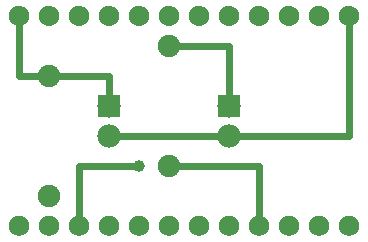
<source format=gbl>
G04 MADE WITH FRITZING*
G04 WWW.FRITZING.ORG*
G04 DOUBLE SIDED*
G04 HOLES PLATED*
G04 CONTOUR ON CENTER OF CONTOUR VECTOR*
%ASAXBY*%
%FSLAX23Y23*%
%MOIN*%
%OFA0B0*%
%SFA1.0B1.0*%
%ADD10C,0.078000*%
%ADD11C,0.075000*%
%ADD12C,0.068000*%
%ADD13C,0.039370*%
%ADD14R,0.078000X0.078000*%
%ADD15C,0.024000*%
%ADD16R,0.001000X0.001000*%
%LNCOPPER0*%
G90*
G70*
G54D10*
X491Y462D03*
X491Y362D03*
G54D11*
X691Y262D03*
X691Y662D03*
X291Y162D03*
X291Y562D03*
G54D10*
X891Y462D03*
X891Y362D03*
G54D12*
X391Y62D03*
X491Y62D03*
X291Y62D03*
X191Y62D03*
X591Y62D03*
X691Y62D03*
X791Y62D03*
X891Y62D03*
X991Y62D03*
X1091Y62D03*
X1191Y62D03*
X1291Y62D03*
X491Y762D03*
X391Y762D03*
X291Y762D03*
X191Y762D03*
X591Y762D03*
X691Y762D03*
X791Y762D03*
X891Y762D03*
X1091Y762D03*
X991Y762D03*
X1191Y762D03*
X1291Y762D03*
G54D13*
X591Y262D03*
G54D14*
X491Y462D03*
X891Y462D03*
G54D15*
X191Y562D02*
X191Y732D01*
D02*
X263Y562D02*
X191Y562D01*
D02*
X491Y562D02*
X320Y562D01*
D02*
X491Y492D02*
X491Y562D01*
D02*
X891Y662D02*
X891Y492D01*
D02*
X720Y662D02*
X891Y662D01*
D02*
X521Y362D02*
X861Y362D01*
D02*
X1291Y732D02*
X1291Y362D01*
D02*
X1291Y362D02*
X891Y362D01*
D02*
X591Y262D02*
X391Y262D01*
D02*
X391Y262D02*
X391Y91D01*
D02*
X991Y262D02*
X720Y262D01*
D02*
X991Y91D02*
X991Y262D01*
G54D16*
X187Y796D02*
X194Y796D01*
X287Y796D02*
X294Y796D01*
X387Y796D02*
X394Y796D01*
X487Y796D02*
X494Y796D01*
X587Y796D02*
X594Y796D01*
X687Y796D02*
X694Y796D01*
X787Y796D02*
X794Y796D01*
X887Y796D02*
X894Y796D01*
X987Y796D02*
X994Y796D01*
X1087Y796D02*
X1094Y796D01*
X1187Y796D02*
X1194Y796D01*
X1287Y796D02*
X1294Y796D01*
X182Y795D02*
X199Y795D01*
X282Y795D02*
X299Y795D01*
X382Y795D02*
X399Y795D01*
X482Y795D02*
X499Y795D01*
X582Y795D02*
X598Y795D01*
X682Y795D02*
X698Y795D01*
X782Y795D02*
X798Y795D01*
X882Y795D02*
X898Y795D01*
X982Y795D02*
X998Y795D01*
X1082Y795D02*
X1098Y795D01*
X1182Y795D02*
X1198Y795D01*
X1282Y795D02*
X1298Y795D01*
X179Y794D02*
X201Y794D01*
X279Y794D02*
X301Y794D01*
X379Y794D02*
X401Y794D01*
X479Y794D02*
X501Y794D01*
X579Y794D02*
X601Y794D01*
X679Y794D02*
X701Y794D01*
X779Y794D02*
X801Y794D01*
X879Y794D02*
X901Y794D01*
X979Y794D02*
X1001Y794D01*
X1079Y794D02*
X1101Y794D01*
X1179Y794D02*
X1201Y794D01*
X1279Y794D02*
X1301Y794D01*
X177Y793D02*
X204Y793D01*
X277Y793D02*
X304Y793D01*
X377Y793D02*
X404Y793D01*
X477Y793D02*
X504Y793D01*
X577Y793D02*
X604Y793D01*
X677Y793D02*
X703Y793D01*
X777Y793D02*
X803Y793D01*
X877Y793D02*
X903Y793D01*
X977Y793D02*
X1003Y793D01*
X1077Y793D02*
X1103Y793D01*
X1177Y793D02*
X1203Y793D01*
X1277Y793D02*
X1303Y793D01*
X175Y792D02*
X206Y792D01*
X275Y792D02*
X306Y792D01*
X375Y792D02*
X405Y792D01*
X475Y792D02*
X505Y792D01*
X575Y792D02*
X605Y792D01*
X675Y792D02*
X705Y792D01*
X775Y792D02*
X805Y792D01*
X875Y792D02*
X905Y792D01*
X975Y792D02*
X1005Y792D01*
X1075Y792D02*
X1105Y792D01*
X1175Y792D02*
X1205Y792D01*
X1275Y792D02*
X1305Y792D01*
X174Y791D02*
X207Y791D01*
X274Y791D02*
X307Y791D01*
X374Y791D02*
X407Y791D01*
X474Y791D02*
X507Y791D01*
X574Y791D02*
X607Y791D01*
X674Y791D02*
X707Y791D01*
X774Y791D02*
X807Y791D01*
X873Y791D02*
X907Y791D01*
X973Y791D02*
X1007Y791D01*
X1073Y791D02*
X1107Y791D01*
X1173Y791D02*
X1207Y791D01*
X1273Y791D02*
X1307Y791D01*
X172Y790D02*
X209Y790D01*
X272Y790D02*
X309Y790D01*
X372Y790D02*
X409Y790D01*
X472Y790D02*
X509Y790D01*
X572Y790D02*
X609Y790D01*
X672Y790D02*
X709Y790D01*
X772Y790D02*
X809Y790D01*
X872Y790D02*
X908Y790D01*
X972Y790D02*
X1008Y790D01*
X1072Y790D02*
X1108Y790D01*
X1172Y790D02*
X1208Y790D01*
X1272Y790D02*
X1308Y790D01*
X171Y789D02*
X210Y789D01*
X271Y789D02*
X310Y789D01*
X371Y789D02*
X410Y789D01*
X471Y789D02*
X510Y789D01*
X571Y789D02*
X610Y789D01*
X671Y789D02*
X710Y789D01*
X771Y789D02*
X810Y789D01*
X871Y789D02*
X910Y789D01*
X971Y789D02*
X1010Y789D01*
X1071Y789D02*
X1110Y789D01*
X1171Y789D02*
X1210Y789D01*
X1271Y789D02*
X1310Y789D01*
X170Y788D02*
X211Y788D01*
X270Y788D02*
X311Y788D01*
X370Y788D02*
X411Y788D01*
X470Y788D02*
X511Y788D01*
X570Y788D02*
X611Y788D01*
X669Y788D02*
X711Y788D01*
X769Y788D02*
X811Y788D01*
X869Y788D02*
X911Y788D01*
X969Y788D02*
X1011Y788D01*
X1069Y788D02*
X1111Y788D01*
X1169Y788D02*
X1211Y788D01*
X1269Y788D02*
X1311Y788D01*
X169Y787D02*
X212Y787D01*
X269Y787D02*
X312Y787D01*
X368Y787D02*
X412Y787D01*
X468Y787D02*
X512Y787D01*
X568Y787D02*
X612Y787D01*
X668Y787D02*
X712Y787D01*
X768Y787D02*
X812Y787D01*
X868Y787D02*
X912Y787D01*
X968Y787D02*
X1012Y787D01*
X1068Y787D02*
X1112Y787D01*
X1168Y787D02*
X1212Y787D01*
X1268Y787D02*
X1312Y787D01*
X167Y786D02*
X213Y786D01*
X267Y786D02*
X313Y786D01*
X367Y786D02*
X413Y786D01*
X467Y786D02*
X513Y786D01*
X567Y786D02*
X613Y786D01*
X667Y786D02*
X713Y786D01*
X767Y786D02*
X813Y786D01*
X867Y786D02*
X913Y786D01*
X967Y786D02*
X1013Y786D01*
X1067Y786D02*
X1113Y786D01*
X1167Y786D02*
X1213Y786D01*
X1267Y786D02*
X1313Y786D01*
X167Y785D02*
X214Y785D01*
X267Y785D02*
X314Y785D01*
X366Y785D02*
X414Y785D01*
X466Y785D02*
X514Y785D01*
X566Y785D02*
X614Y785D01*
X666Y785D02*
X714Y785D01*
X766Y785D02*
X814Y785D01*
X866Y785D02*
X914Y785D01*
X966Y785D02*
X1014Y785D01*
X1066Y785D02*
X1114Y785D01*
X1166Y785D02*
X1214Y785D01*
X1266Y785D02*
X1314Y785D01*
X166Y784D02*
X215Y784D01*
X266Y784D02*
X315Y784D01*
X366Y784D02*
X415Y784D01*
X466Y784D02*
X515Y784D01*
X566Y784D02*
X615Y784D01*
X666Y784D02*
X715Y784D01*
X765Y784D02*
X815Y784D01*
X865Y784D02*
X915Y784D01*
X965Y784D02*
X1015Y784D01*
X1065Y784D02*
X1115Y784D01*
X1165Y784D02*
X1215Y784D01*
X1265Y784D02*
X1315Y784D01*
X165Y783D02*
X216Y783D01*
X265Y783D02*
X316Y783D01*
X365Y783D02*
X416Y783D01*
X465Y783D02*
X516Y783D01*
X565Y783D02*
X616Y783D01*
X665Y783D02*
X716Y783D01*
X765Y783D02*
X816Y783D01*
X865Y783D02*
X916Y783D01*
X965Y783D02*
X1016Y783D01*
X1065Y783D02*
X1116Y783D01*
X1165Y783D02*
X1216Y783D01*
X1265Y783D02*
X1316Y783D01*
X164Y782D02*
X217Y782D01*
X264Y782D02*
X317Y782D01*
X364Y782D02*
X417Y782D01*
X464Y782D02*
X517Y782D01*
X564Y782D02*
X617Y782D01*
X664Y782D02*
X717Y782D01*
X764Y782D02*
X817Y782D01*
X864Y782D02*
X917Y782D01*
X964Y782D02*
X1017Y782D01*
X1064Y782D02*
X1117Y782D01*
X1164Y782D02*
X1217Y782D01*
X1264Y782D02*
X1317Y782D01*
X163Y781D02*
X218Y781D01*
X263Y781D02*
X318Y781D01*
X363Y781D02*
X418Y781D01*
X463Y781D02*
X518Y781D01*
X563Y781D02*
X618Y781D01*
X663Y781D02*
X718Y781D01*
X763Y781D02*
X818Y781D01*
X863Y781D02*
X918Y781D01*
X963Y781D02*
X1018Y781D01*
X1063Y781D02*
X1117Y781D01*
X1163Y781D02*
X1217Y781D01*
X1263Y781D02*
X1317Y781D01*
X163Y780D02*
X186Y780D01*
X195Y780D02*
X218Y780D01*
X263Y780D02*
X286Y780D01*
X295Y780D02*
X318Y780D01*
X363Y780D02*
X386Y780D01*
X395Y780D02*
X418Y780D01*
X463Y780D02*
X486Y780D01*
X495Y780D02*
X518Y780D01*
X563Y780D02*
X586Y780D01*
X595Y780D02*
X618Y780D01*
X663Y780D02*
X686Y780D01*
X695Y780D02*
X718Y780D01*
X762Y780D02*
X786Y780D01*
X795Y780D02*
X818Y780D01*
X862Y780D02*
X886Y780D01*
X895Y780D02*
X918Y780D01*
X962Y780D02*
X986Y780D01*
X995Y780D02*
X1018Y780D01*
X1062Y780D02*
X1086Y780D01*
X1095Y780D02*
X1118Y780D01*
X1162Y780D02*
X1186Y780D01*
X1195Y780D02*
X1218Y780D01*
X1262Y780D02*
X1286Y780D01*
X1295Y780D02*
X1318Y780D01*
X162Y779D02*
X182Y779D01*
X198Y779D02*
X219Y779D01*
X262Y779D02*
X282Y779D01*
X298Y779D02*
X319Y779D01*
X362Y779D02*
X382Y779D01*
X398Y779D02*
X419Y779D01*
X462Y779D02*
X482Y779D01*
X498Y779D02*
X519Y779D01*
X562Y779D02*
X582Y779D01*
X598Y779D02*
X619Y779D01*
X662Y779D02*
X682Y779D01*
X698Y779D02*
X719Y779D01*
X762Y779D02*
X782Y779D01*
X798Y779D02*
X819Y779D01*
X862Y779D02*
X882Y779D01*
X898Y779D02*
X919Y779D01*
X962Y779D02*
X982Y779D01*
X998Y779D02*
X1019Y779D01*
X1062Y779D02*
X1082Y779D01*
X1098Y779D02*
X1119Y779D01*
X1162Y779D02*
X1182Y779D01*
X1198Y779D02*
X1219Y779D01*
X1262Y779D02*
X1282Y779D01*
X1298Y779D02*
X1319Y779D01*
X161Y778D02*
X180Y778D01*
X200Y778D02*
X220Y778D01*
X261Y778D02*
X280Y778D01*
X300Y778D02*
X320Y778D01*
X361Y778D02*
X380Y778D01*
X400Y778D02*
X420Y778D01*
X461Y778D02*
X480Y778D01*
X500Y778D02*
X520Y778D01*
X561Y778D02*
X580Y778D01*
X600Y778D02*
X620Y778D01*
X661Y778D02*
X680Y778D01*
X700Y778D02*
X720Y778D01*
X761Y778D02*
X780Y778D01*
X800Y778D02*
X820Y778D01*
X861Y778D02*
X880Y778D01*
X900Y778D02*
X919Y778D01*
X961Y778D02*
X980Y778D01*
X1000Y778D02*
X1019Y778D01*
X1061Y778D02*
X1080Y778D01*
X1100Y778D02*
X1119Y778D01*
X1161Y778D02*
X1180Y778D01*
X1200Y778D02*
X1219Y778D01*
X1261Y778D02*
X1280Y778D01*
X1300Y778D02*
X1319Y778D01*
X161Y777D02*
X179Y777D01*
X202Y777D02*
X220Y777D01*
X261Y777D02*
X279Y777D01*
X302Y777D02*
X320Y777D01*
X361Y777D02*
X379Y777D01*
X402Y777D02*
X420Y777D01*
X461Y777D02*
X479Y777D01*
X502Y777D02*
X520Y777D01*
X561Y777D02*
X579Y777D01*
X602Y777D02*
X620Y777D01*
X661Y777D02*
X679Y777D01*
X702Y777D02*
X720Y777D01*
X761Y777D02*
X779Y777D01*
X802Y777D02*
X820Y777D01*
X861Y777D02*
X879Y777D01*
X902Y777D02*
X920Y777D01*
X961Y777D02*
X979Y777D01*
X1002Y777D02*
X1020Y777D01*
X1061Y777D02*
X1079Y777D01*
X1102Y777D02*
X1120Y777D01*
X1161Y777D02*
X1179Y777D01*
X1202Y777D02*
X1220Y777D01*
X1261Y777D02*
X1278Y777D01*
X1302Y777D02*
X1320Y777D01*
X160Y776D02*
X178Y776D01*
X203Y776D02*
X221Y776D01*
X260Y776D02*
X278Y776D01*
X303Y776D02*
X321Y776D01*
X360Y776D02*
X378Y776D01*
X403Y776D02*
X421Y776D01*
X460Y776D02*
X477Y776D01*
X503Y776D02*
X521Y776D01*
X560Y776D02*
X577Y776D01*
X603Y776D02*
X621Y776D01*
X660Y776D02*
X677Y776D01*
X703Y776D02*
X721Y776D01*
X760Y776D02*
X777Y776D01*
X803Y776D02*
X821Y776D01*
X860Y776D02*
X877Y776D01*
X903Y776D02*
X921Y776D01*
X960Y776D02*
X977Y776D01*
X1003Y776D02*
X1021Y776D01*
X1060Y776D02*
X1077Y776D01*
X1103Y776D02*
X1120Y776D01*
X1160Y776D02*
X1177Y776D01*
X1203Y776D02*
X1220Y776D01*
X1260Y776D02*
X1277Y776D01*
X1303Y776D02*
X1320Y776D01*
X160Y775D02*
X177Y775D01*
X204Y775D02*
X221Y775D01*
X260Y775D02*
X277Y775D01*
X304Y775D02*
X321Y775D01*
X360Y775D02*
X376Y775D01*
X404Y775D02*
X421Y775D01*
X460Y775D02*
X476Y775D01*
X504Y775D02*
X521Y775D01*
X560Y775D02*
X576Y775D01*
X604Y775D02*
X621Y775D01*
X660Y775D02*
X676Y775D01*
X704Y775D02*
X721Y775D01*
X760Y775D02*
X776Y775D01*
X804Y775D02*
X821Y775D01*
X860Y775D02*
X876Y775D01*
X904Y775D02*
X921Y775D01*
X960Y775D02*
X976Y775D01*
X1004Y775D02*
X1021Y775D01*
X1060Y775D02*
X1076Y775D01*
X1104Y775D02*
X1121Y775D01*
X1160Y775D02*
X1176Y775D01*
X1204Y775D02*
X1221Y775D01*
X1260Y775D02*
X1276Y775D01*
X1304Y775D02*
X1321Y775D01*
X160Y774D02*
X176Y774D01*
X205Y774D02*
X222Y774D01*
X260Y774D02*
X276Y774D01*
X305Y774D02*
X322Y774D01*
X359Y774D02*
X376Y774D01*
X405Y774D02*
X422Y774D01*
X459Y774D02*
X476Y774D01*
X505Y774D02*
X522Y774D01*
X559Y774D02*
X576Y774D01*
X605Y774D02*
X622Y774D01*
X659Y774D02*
X676Y774D01*
X705Y774D02*
X722Y774D01*
X759Y774D02*
X776Y774D01*
X805Y774D02*
X821Y774D01*
X859Y774D02*
X876Y774D01*
X905Y774D02*
X921Y774D01*
X959Y774D02*
X976Y774D01*
X1005Y774D02*
X1021Y774D01*
X1059Y774D02*
X1076Y774D01*
X1105Y774D02*
X1121Y774D01*
X1159Y774D02*
X1175Y774D01*
X1205Y774D02*
X1221Y774D01*
X1259Y774D02*
X1275Y774D01*
X1305Y774D02*
X1321Y774D01*
X159Y773D02*
X175Y773D01*
X206Y773D02*
X222Y773D01*
X259Y773D02*
X275Y773D01*
X306Y773D02*
X322Y773D01*
X359Y773D02*
X375Y773D01*
X406Y773D02*
X422Y773D01*
X459Y773D02*
X475Y773D01*
X506Y773D02*
X522Y773D01*
X559Y773D02*
X575Y773D01*
X606Y773D02*
X622Y773D01*
X659Y773D02*
X675Y773D01*
X706Y773D02*
X722Y773D01*
X759Y773D02*
X775Y773D01*
X806Y773D02*
X822Y773D01*
X859Y773D02*
X875Y773D01*
X906Y773D02*
X922Y773D01*
X959Y773D02*
X975Y773D01*
X1006Y773D02*
X1022Y773D01*
X1059Y773D02*
X1075Y773D01*
X1106Y773D02*
X1122Y773D01*
X1159Y773D02*
X1175Y773D01*
X1206Y773D02*
X1222Y773D01*
X1259Y773D02*
X1275Y773D01*
X1306Y773D02*
X1322Y773D01*
X159Y772D02*
X174Y772D01*
X207Y772D02*
X222Y772D01*
X259Y772D02*
X274Y772D01*
X307Y772D02*
X322Y772D01*
X359Y772D02*
X374Y772D01*
X407Y772D02*
X422Y772D01*
X459Y772D02*
X474Y772D01*
X507Y772D02*
X522Y772D01*
X559Y772D02*
X574Y772D01*
X607Y772D02*
X622Y772D01*
X659Y772D02*
X674Y772D01*
X707Y772D02*
X722Y772D01*
X759Y772D02*
X774Y772D01*
X806Y772D02*
X822Y772D01*
X859Y772D02*
X874Y772D01*
X906Y772D02*
X922Y772D01*
X959Y772D02*
X974Y772D01*
X1006Y772D02*
X1022Y772D01*
X1059Y772D02*
X1074Y772D01*
X1106Y772D02*
X1122Y772D01*
X1159Y772D02*
X1174Y772D01*
X1206Y772D02*
X1222Y772D01*
X1258Y772D02*
X1274Y772D01*
X1306Y772D02*
X1322Y772D01*
X158Y771D02*
X174Y771D01*
X207Y771D02*
X223Y771D01*
X258Y771D02*
X274Y771D01*
X307Y771D02*
X323Y771D01*
X358Y771D02*
X374Y771D01*
X407Y771D02*
X423Y771D01*
X458Y771D02*
X474Y771D01*
X507Y771D02*
X523Y771D01*
X558Y771D02*
X574Y771D01*
X607Y771D02*
X623Y771D01*
X658Y771D02*
X674Y771D01*
X707Y771D02*
X723Y771D01*
X758Y771D02*
X774Y771D01*
X807Y771D02*
X823Y771D01*
X858Y771D02*
X874Y771D01*
X907Y771D02*
X923Y771D01*
X958Y771D02*
X974Y771D01*
X1007Y771D02*
X1023Y771D01*
X1058Y771D02*
X1074Y771D01*
X1107Y771D02*
X1123Y771D01*
X1158Y771D02*
X1174Y771D01*
X1207Y771D02*
X1222Y771D01*
X1258Y771D02*
X1274Y771D01*
X1307Y771D02*
X1322Y771D01*
X158Y770D02*
X173Y770D01*
X208Y770D02*
X223Y770D01*
X258Y770D02*
X273Y770D01*
X308Y770D02*
X323Y770D01*
X358Y770D02*
X373Y770D01*
X408Y770D02*
X423Y770D01*
X458Y770D02*
X473Y770D01*
X508Y770D02*
X523Y770D01*
X558Y770D02*
X573Y770D01*
X608Y770D02*
X623Y770D01*
X658Y770D02*
X673Y770D01*
X708Y770D02*
X723Y770D01*
X758Y770D02*
X773Y770D01*
X807Y770D02*
X823Y770D01*
X858Y770D02*
X873Y770D01*
X907Y770D02*
X923Y770D01*
X958Y770D02*
X973Y770D01*
X1007Y770D02*
X1023Y770D01*
X1058Y770D02*
X1073Y770D01*
X1107Y770D02*
X1123Y770D01*
X1158Y770D02*
X1173Y770D01*
X1207Y770D02*
X1223Y770D01*
X1258Y770D02*
X1273Y770D01*
X1307Y770D02*
X1323Y770D01*
X158Y769D02*
X173Y769D01*
X208Y769D02*
X223Y769D01*
X258Y769D02*
X273Y769D01*
X308Y769D02*
X323Y769D01*
X358Y769D02*
X373Y769D01*
X408Y769D02*
X423Y769D01*
X458Y769D02*
X473Y769D01*
X508Y769D02*
X523Y769D01*
X558Y769D02*
X573Y769D01*
X608Y769D02*
X623Y769D01*
X658Y769D02*
X673Y769D01*
X708Y769D02*
X723Y769D01*
X758Y769D02*
X773Y769D01*
X808Y769D02*
X823Y769D01*
X858Y769D02*
X873Y769D01*
X908Y769D02*
X923Y769D01*
X958Y769D02*
X973Y769D01*
X1008Y769D02*
X1023Y769D01*
X1058Y769D02*
X1073Y769D01*
X1108Y769D02*
X1123Y769D01*
X1158Y769D02*
X1173Y769D01*
X1208Y769D02*
X1223Y769D01*
X1258Y769D02*
X1273Y769D01*
X1308Y769D02*
X1323Y769D01*
X158Y768D02*
X173Y768D01*
X208Y768D02*
X224Y768D01*
X258Y768D02*
X273Y768D01*
X308Y768D02*
X323Y768D01*
X358Y768D02*
X373Y768D01*
X408Y768D02*
X423Y768D01*
X458Y768D02*
X473Y768D01*
X508Y768D02*
X523Y768D01*
X558Y768D02*
X573Y768D01*
X608Y768D02*
X623Y768D01*
X658Y768D02*
X673Y768D01*
X708Y768D02*
X723Y768D01*
X758Y768D02*
X773Y768D01*
X808Y768D02*
X823Y768D01*
X858Y768D02*
X873Y768D01*
X908Y768D02*
X923Y768D01*
X958Y768D02*
X973Y768D01*
X1008Y768D02*
X1023Y768D01*
X1058Y768D02*
X1073Y768D01*
X1108Y768D02*
X1123Y768D01*
X1157Y768D02*
X1173Y768D01*
X1208Y768D02*
X1223Y768D01*
X1257Y768D02*
X1273Y768D01*
X1308Y768D02*
X1323Y768D01*
X158Y767D02*
X173Y767D01*
X209Y767D02*
X224Y767D01*
X258Y767D02*
X273Y767D01*
X309Y767D02*
X324Y767D01*
X358Y767D02*
X373Y767D01*
X409Y767D02*
X424Y767D01*
X457Y767D02*
X473Y767D01*
X509Y767D02*
X524Y767D01*
X557Y767D02*
X573Y767D01*
X608Y767D02*
X624Y767D01*
X657Y767D02*
X673Y767D01*
X708Y767D02*
X724Y767D01*
X757Y767D02*
X772Y767D01*
X808Y767D02*
X824Y767D01*
X857Y767D02*
X872Y767D01*
X908Y767D02*
X924Y767D01*
X957Y767D02*
X972Y767D01*
X1008Y767D02*
X1023Y767D01*
X1057Y767D02*
X1072Y767D01*
X1108Y767D02*
X1123Y767D01*
X1157Y767D02*
X1172Y767D01*
X1208Y767D02*
X1223Y767D01*
X1257Y767D02*
X1272Y767D01*
X1308Y767D02*
X1323Y767D01*
X157Y766D02*
X172Y766D01*
X209Y766D02*
X224Y766D01*
X257Y766D02*
X272Y766D01*
X309Y766D02*
X324Y766D01*
X357Y766D02*
X372Y766D01*
X409Y766D02*
X424Y766D01*
X457Y766D02*
X472Y766D01*
X509Y766D02*
X524Y766D01*
X557Y766D02*
X572Y766D01*
X609Y766D02*
X624Y766D01*
X657Y766D02*
X672Y766D01*
X709Y766D02*
X724Y766D01*
X757Y766D02*
X772Y766D01*
X809Y766D02*
X824Y766D01*
X857Y766D02*
X872Y766D01*
X909Y766D02*
X924Y766D01*
X957Y766D02*
X972Y766D01*
X1009Y766D02*
X1024Y766D01*
X1057Y766D02*
X1072Y766D01*
X1109Y766D02*
X1124Y766D01*
X1157Y766D02*
X1172Y766D01*
X1209Y766D02*
X1224Y766D01*
X1257Y766D02*
X1272Y766D01*
X1309Y766D02*
X1324Y766D01*
X157Y765D02*
X172Y765D01*
X209Y765D02*
X224Y765D01*
X257Y765D02*
X272Y765D01*
X309Y765D02*
X324Y765D01*
X357Y765D02*
X372Y765D01*
X409Y765D02*
X424Y765D01*
X457Y765D02*
X472Y765D01*
X509Y765D02*
X524Y765D01*
X557Y765D02*
X572Y765D01*
X609Y765D02*
X624Y765D01*
X657Y765D02*
X672Y765D01*
X709Y765D02*
X724Y765D01*
X757Y765D02*
X772Y765D01*
X809Y765D02*
X824Y765D01*
X857Y765D02*
X872Y765D01*
X909Y765D02*
X924Y765D01*
X957Y765D02*
X972Y765D01*
X1009Y765D02*
X1024Y765D01*
X1057Y765D02*
X1072Y765D01*
X1109Y765D02*
X1124Y765D01*
X1157Y765D02*
X1172Y765D01*
X1209Y765D02*
X1224Y765D01*
X1257Y765D02*
X1272Y765D01*
X1309Y765D02*
X1324Y765D01*
X157Y764D02*
X172Y764D01*
X209Y764D02*
X224Y764D01*
X257Y764D02*
X272Y764D01*
X309Y764D02*
X324Y764D01*
X357Y764D02*
X372Y764D01*
X409Y764D02*
X424Y764D01*
X457Y764D02*
X472Y764D01*
X509Y764D02*
X524Y764D01*
X557Y764D02*
X572Y764D01*
X609Y764D02*
X624Y764D01*
X657Y764D02*
X672Y764D01*
X709Y764D02*
X724Y764D01*
X757Y764D02*
X772Y764D01*
X809Y764D02*
X824Y764D01*
X857Y764D02*
X872Y764D01*
X909Y764D02*
X924Y764D01*
X957Y764D02*
X972Y764D01*
X1009Y764D02*
X1024Y764D01*
X1057Y764D02*
X1072Y764D01*
X1109Y764D02*
X1124Y764D01*
X1157Y764D02*
X1172Y764D01*
X1209Y764D02*
X1224Y764D01*
X1257Y764D02*
X1272Y764D01*
X1309Y764D02*
X1324Y764D01*
X157Y763D02*
X172Y763D01*
X209Y763D02*
X224Y763D01*
X257Y763D02*
X272Y763D01*
X309Y763D02*
X324Y763D01*
X357Y763D02*
X372Y763D01*
X409Y763D02*
X424Y763D01*
X457Y763D02*
X472Y763D01*
X509Y763D02*
X524Y763D01*
X557Y763D02*
X572Y763D01*
X609Y763D02*
X624Y763D01*
X657Y763D02*
X672Y763D01*
X709Y763D02*
X724Y763D01*
X757Y763D02*
X772Y763D01*
X809Y763D02*
X824Y763D01*
X857Y763D02*
X872Y763D01*
X909Y763D02*
X924Y763D01*
X957Y763D02*
X972Y763D01*
X1009Y763D02*
X1024Y763D01*
X1057Y763D02*
X1072Y763D01*
X1109Y763D02*
X1124Y763D01*
X1157Y763D02*
X1172Y763D01*
X1209Y763D02*
X1224Y763D01*
X1257Y763D02*
X1272Y763D01*
X1309Y763D02*
X1324Y763D01*
X157Y762D02*
X172Y762D01*
X209Y762D02*
X224Y762D01*
X257Y762D02*
X272Y762D01*
X309Y762D02*
X324Y762D01*
X357Y762D02*
X372Y762D01*
X409Y762D02*
X424Y762D01*
X457Y762D02*
X472Y762D01*
X509Y762D02*
X524Y762D01*
X557Y762D02*
X572Y762D01*
X609Y762D02*
X624Y762D01*
X657Y762D02*
X672Y762D01*
X709Y762D02*
X724Y762D01*
X757Y762D02*
X772Y762D01*
X809Y762D02*
X824Y762D01*
X857Y762D02*
X872Y762D01*
X909Y762D02*
X924Y762D01*
X957Y762D02*
X972Y762D01*
X1009Y762D02*
X1024Y762D01*
X1057Y762D02*
X1072Y762D01*
X1109Y762D02*
X1124Y762D01*
X1157Y762D02*
X1172Y762D01*
X1209Y762D02*
X1224Y762D01*
X1257Y762D02*
X1272Y762D01*
X1309Y762D02*
X1324Y762D01*
X157Y761D02*
X172Y761D01*
X209Y761D02*
X224Y761D01*
X257Y761D02*
X272Y761D01*
X309Y761D02*
X324Y761D01*
X357Y761D02*
X372Y761D01*
X409Y761D02*
X424Y761D01*
X457Y761D02*
X472Y761D01*
X509Y761D02*
X524Y761D01*
X557Y761D02*
X572Y761D01*
X609Y761D02*
X624Y761D01*
X657Y761D02*
X672Y761D01*
X709Y761D02*
X724Y761D01*
X757Y761D02*
X772Y761D01*
X809Y761D02*
X824Y761D01*
X857Y761D02*
X872Y761D01*
X909Y761D02*
X924Y761D01*
X957Y761D02*
X972Y761D01*
X1009Y761D02*
X1024Y761D01*
X1057Y761D02*
X1072Y761D01*
X1109Y761D02*
X1124Y761D01*
X1157Y761D02*
X1172Y761D01*
X1209Y761D02*
X1224Y761D01*
X1257Y761D02*
X1272Y761D01*
X1309Y761D02*
X1324Y761D01*
X157Y760D02*
X172Y760D01*
X209Y760D02*
X224Y760D01*
X257Y760D02*
X272Y760D01*
X309Y760D02*
X324Y760D01*
X357Y760D02*
X372Y760D01*
X409Y760D02*
X424Y760D01*
X457Y760D02*
X472Y760D01*
X509Y760D02*
X524Y760D01*
X557Y760D02*
X572Y760D01*
X609Y760D02*
X624Y760D01*
X657Y760D02*
X672Y760D01*
X709Y760D02*
X724Y760D01*
X757Y760D02*
X772Y760D01*
X809Y760D02*
X824Y760D01*
X857Y760D02*
X872Y760D01*
X909Y760D02*
X924Y760D01*
X957Y760D02*
X972Y760D01*
X1009Y760D02*
X1024Y760D01*
X1057Y760D02*
X1072Y760D01*
X1109Y760D02*
X1124Y760D01*
X1157Y760D02*
X1172Y760D01*
X1209Y760D02*
X1224Y760D01*
X1257Y760D02*
X1272Y760D01*
X1309Y760D02*
X1324Y760D01*
X157Y759D02*
X172Y759D01*
X209Y759D02*
X224Y759D01*
X257Y759D02*
X272Y759D01*
X309Y759D02*
X324Y759D01*
X357Y759D02*
X372Y759D01*
X409Y759D02*
X424Y759D01*
X457Y759D02*
X472Y759D01*
X509Y759D02*
X524Y759D01*
X557Y759D02*
X572Y759D01*
X609Y759D02*
X624Y759D01*
X657Y759D02*
X672Y759D01*
X709Y759D02*
X724Y759D01*
X757Y759D02*
X772Y759D01*
X809Y759D02*
X824Y759D01*
X857Y759D02*
X872Y759D01*
X909Y759D02*
X924Y759D01*
X957Y759D02*
X972Y759D01*
X1009Y759D02*
X1024Y759D01*
X1057Y759D02*
X1072Y759D01*
X1109Y759D02*
X1124Y759D01*
X1157Y759D02*
X1172Y759D01*
X1209Y759D02*
X1224Y759D01*
X1257Y759D02*
X1272Y759D01*
X1309Y759D02*
X1324Y759D01*
X157Y758D02*
X173Y758D01*
X209Y758D02*
X224Y758D01*
X257Y758D02*
X272Y758D01*
X309Y758D02*
X324Y758D01*
X357Y758D02*
X372Y758D01*
X409Y758D02*
X424Y758D01*
X457Y758D02*
X472Y758D01*
X509Y758D02*
X524Y758D01*
X557Y758D02*
X572Y758D01*
X609Y758D02*
X624Y758D01*
X657Y758D02*
X672Y758D01*
X709Y758D02*
X724Y758D01*
X757Y758D02*
X772Y758D01*
X809Y758D02*
X824Y758D01*
X857Y758D02*
X872Y758D01*
X909Y758D02*
X924Y758D01*
X957Y758D02*
X972Y758D01*
X1009Y758D02*
X1024Y758D01*
X1057Y758D02*
X1072Y758D01*
X1108Y758D02*
X1124Y758D01*
X1157Y758D02*
X1172Y758D01*
X1208Y758D02*
X1224Y758D01*
X1257Y758D02*
X1272Y758D01*
X1308Y758D02*
X1324Y758D01*
X158Y757D02*
X173Y757D01*
X208Y757D02*
X224Y757D01*
X258Y757D02*
X273Y757D01*
X308Y757D02*
X324Y757D01*
X358Y757D02*
X373Y757D01*
X408Y757D02*
X424Y757D01*
X458Y757D02*
X473Y757D01*
X508Y757D02*
X524Y757D01*
X558Y757D02*
X573Y757D01*
X608Y757D02*
X624Y757D01*
X658Y757D02*
X673Y757D01*
X708Y757D02*
X723Y757D01*
X757Y757D02*
X773Y757D01*
X808Y757D02*
X823Y757D01*
X857Y757D02*
X873Y757D01*
X908Y757D02*
X923Y757D01*
X957Y757D02*
X973Y757D01*
X1008Y757D02*
X1023Y757D01*
X1057Y757D02*
X1073Y757D01*
X1108Y757D02*
X1123Y757D01*
X1157Y757D02*
X1172Y757D01*
X1208Y757D02*
X1223Y757D01*
X1257Y757D02*
X1272Y757D01*
X1308Y757D02*
X1323Y757D01*
X158Y756D02*
X173Y756D01*
X208Y756D02*
X223Y756D01*
X258Y756D02*
X273Y756D01*
X308Y756D02*
X323Y756D01*
X358Y756D02*
X373Y756D01*
X408Y756D02*
X423Y756D01*
X458Y756D02*
X473Y756D01*
X508Y756D02*
X523Y756D01*
X558Y756D02*
X573Y756D01*
X608Y756D02*
X623Y756D01*
X658Y756D02*
X673Y756D01*
X708Y756D02*
X723Y756D01*
X758Y756D02*
X773Y756D01*
X808Y756D02*
X823Y756D01*
X858Y756D02*
X873Y756D01*
X908Y756D02*
X923Y756D01*
X958Y756D02*
X973Y756D01*
X1008Y756D02*
X1023Y756D01*
X1058Y756D02*
X1073Y756D01*
X1108Y756D02*
X1123Y756D01*
X1158Y756D02*
X1173Y756D01*
X1208Y756D02*
X1223Y756D01*
X1258Y756D02*
X1273Y756D01*
X1308Y756D02*
X1323Y756D01*
X158Y755D02*
X173Y755D01*
X208Y755D02*
X223Y755D01*
X258Y755D02*
X273Y755D01*
X308Y755D02*
X323Y755D01*
X358Y755D02*
X373Y755D01*
X408Y755D02*
X423Y755D01*
X458Y755D02*
X473Y755D01*
X508Y755D02*
X523Y755D01*
X558Y755D02*
X573Y755D01*
X608Y755D02*
X623Y755D01*
X658Y755D02*
X673Y755D01*
X708Y755D02*
X723Y755D01*
X758Y755D02*
X773Y755D01*
X808Y755D02*
X823Y755D01*
X858Y755D02*
X873Y755D01*
X908Y755D02*
X923Y755D01*
X958Y755D02*
X973Y755D01*
X1008Y755D02*
X1023Y755D01*
X1058Y755D02*
X1073Y755D01*
X1108Y755D02*
X1123Y755D01*
X1158Y755D02*
X1173Y755D01*
X1208Y755D02*
X1223Y755D01*
X1258Y755D02*
X1273Y755D01*
X1308Y755D02*
X1323Y755D01*
X158Y754D02*
X174Y754D01*
X208Y754D02*
X223Y754D01*
X258Y754D02*
X274Y754D01*
X307Y754D02*
X323Y754D01*
X358Y754D02*
X374Y754D01*
X407Y754D02*
X423Y754D01*
X458Y754D02*
X474Y754D01*
X507Y754D02*
X523Y754D01*
X558Y754D02*
X574Y754D01*
X607Y754D02*
X623Y754D01*
X658Y754D02*
X673Y754D01*
X707Y754D02*
X723Y754D01*
X758Y754D02*
X773Y754D01*
X807Y754D02*
X823Y754D01*
X858Y754D02*
X873Y754D01*
X907Y754D02*
X923Y754D01*
X958Y754D02*
X973Y754D01*
X1007Y754D02*
X1023Y754D01*
X1058Y754D02*
X1073Y754D01*
X1107Y754D02*
X1123Y754D01*
X1158Y754D02*
X1173Y754D01*
X1207Y754D02*
X1223Y754D01*
X1258Y754D02*
X1273Y754D01*
X1307Y754D02*
X1323Y754D01*
X159Y753D02*
X174Y753D01*
X207Y753D02*
X223Y753D01*
X259Y753D02*
X274Y753D01*
X307Y753D02*
X323Y753D01*
X359Y753D02*
X374Y753D01*
X407Y753D02*
X423Y753D01*
X458Y753D02*
X474Y753D01*
X507Y753D02*
X523Y753D01*
X558Y753D02*
X574Y753D01*
X607Y753D02*
X623Y753D01*
X658Y753D02*
X674Y753D01*
X707Y753D02*
X723Y753D01*
X758Y753D02*
X774Y753D01*
X807Y753D02*
X822Y753D01*
X858Y753D02*
X874Y753D01*
X907Y753D02*
X922Y753D01*
X958Y753D02*
X974Y753D01*
X1007Y753D02*
X1022Y753D01*
X1058Y753D02*
X1074Y753D01*
X1107Y753D02*
X1122Y753D01*
X1158Y753D02*
X1174Y753D01*
X1207Y753D02*
X1222Y753D01*
X1258Y753D02*
X1274Y753D01*
X1307Y753D02*
X1322Y753D01*
X159Y752D02*
X175Y752D01*
X207Y752D02*
X222Y752D01*
X259Y752D02*
X275Y752D01*
X306Y752D02*
X322Y752D01*
X359Y752D02*
X374Y752D01*
X406Y752D02*
X422Y752D01*
X459Y752D02*
X474Y752D01*
X506Y752D02*
X522Y752D01*
X559Y752D02*
X574Y752D01*
X606Y752D02*
X622Y752D01*
X659Y752D02*
X674Y752D01*
X706Y752D02*
X722Y752D01*
X759Y752D02*
X774Y752D01*
X806Y752D02*
X822Y752D01*
X859Y752D02*
X874Y752D01*
X906Y752D02*
X922Y752D01*
X959Y752D02*
X974Y752D01*
X1006Y752D02*
X1022Y752D01*
X1059Y752D02*
X1074Y752D01*
X1106Y752D02*
X1122Y752D01*
X1159Y752D02*
X1174Y752D01*
X1206Y752D02*
X1222Y752D01*
X1259Y752D02*
X1274Y752D01*
X1306Y752D02*
X1322Y752D01*
X159Y751D02*
X175Y751D01*
X206Y751D02*
X222Y751D01*
X259Y751D02*
X275Y751D01*
X306Y751D02*
X322Y751D01*
X359Y751D02*
X375Y751D01*
X406Y751D02*
X422Y751D01*
X459Y751D02*
X475Y751D01*
X506Y751D02*
X522Y751D01*
X559Y751D02*
X575Y751D01*
X606Y751D02*
X622Y751D01*
X659Y751D02*
X675Y751D01*
X706Y751D02*
X722Y751D01*
X759Y751D02*
X775Y751D01*
X806Y751D02*
X822Y751D01*
X859Y751D02*
X875Y751D01*
X906Y751D02*
X922Y751D01*
X959Y751D02*
X975Y751D01*
X1006Y751D02*
X1022Y751D01*
X1059Y751D02*
X1075Y751D01*
X1106Y751D02*
X1122Y751D01*
X1159Y751D02*
X1175Y751D01*
X1206Y751D02*
X1222Y751D01*
X1259Y751D02*
X1275Y751D01*
X1306Y751D02*
X1322Y751D01*
X160Y750D02*
X176Y750D01*
X205Y750D02*
X222Y750D01*
X260Y750D02*
X276Y750D01*
X305Y750D02*
X322Y750D01*
X360Y750D02*
X376Y750D01*
X405Y750D02*
X421Y750D01*
X460Y750D02*
X476Y750D01*
X505Y750D02*
X521Y750D01*
X560Y750D02*
X576Y750D01*
X605Y750D02*
X621Y750D01*
X660Y750D02*
X676Y750D01*
X705Y750D02*
X721Y750D01*
X759Y750D02*
X776Y750D01*
X805Y750D02*
X821Y750D01*
X859Y750D02*
X876Y750D01*
X905Y750D02*
X921Y750D01*
X959Y750D02*
X976Y750D01*
X1005Y750D02*
X1021Y750D01*
X1059Y750D02*
X1076Y750D01*
X1105Y750D02*
X1121Y750D01*
X1159Y750D02*
X1176Y750D01*
X1205Y750D02*
X1221Y750D01*
X1259Y750D02*
X1276Y750D01*
X1305Y750D02*
X1321Y750D01*
X160Y749D02*
X177Y749D01*
X204Y749D02*
X221Y749D01*
X260Y749D02*
X277Y749D01*
X304Y749D02*
X321Y749D01*
X360Y749D02*
X377Y749D01*
X404Y749D02*
X421Y749D01*
X460Y749D02*
X477Y749D01*
X504Y749D02*
X521Y749D01*
X560Y749D02*
X577Y749D01*
X604Y749D02*
X621Y749D01*
X660Y749D02*
X677Y749D01*
X704Y749D02*
X721Y749D01*
X760Y749D02*
X777Y749D01*
X804Y749D02*
X821Y749D01*
X860Y749D02*
X877Y749D01*
X904Y749D02*
X921Y749D01*
X960Y749D02*
X977Y749D01*
X1004Y749D02*
X1021Y749D01*
X1060Y749D02*
X1077Y749D01*
X1104Y749D02*
X1121Y749D01*
X1160Y749D02*
X1177Y749D01*
X1204Y749D02*
X1221Y749D01*
X1260Y749D02*
X1277Y749D01*
X1304Y749D02*
X1321Y749D01*
X161Y748D02*
X178Y748D01*
X203Y748D02*
X221Y748D01*
X261Y748D02*
X278Y748D01*
X303Y748D02*
X321Y748D01*
X360Y748D02*
X378Y748D01*
X403Y748D02*
X421Y748D01*
X460Y748D02*
X478Y748D01*
X503Y748D02*
X521Y748D01*
X560Y748D02*
X578Y748D01*
X603Y748D02*
X620Y748D01*
X660Y748D02*
X678Y748D01*
X703Y748D02*
X720Y748D01*
X760Y748D02*
X778Y748D01*
X803Y748D02*
X820Y748D01*
X860Y748D02*
X878Y748D01*
X903Y748D02*
X920Y748D01*
X960Y748D02*
X978Y748D01*
X1003Y748D02*
X1020Y748D01*
X1060Y748D02*
X1078Y748D01*
X1103Y748D02*
X1120Y748D01*
X1160Y748D02*
X1178Y748D01*
X1203Y748D02*
X1220Y748D01*
X1260Y748D02*
X1278Y748D01*
X1303Y748D02*
X1320Y748D01*
X161Y747D02*
X179Y747D01*
X202Y747D02*
X220Y747D01*
X261Y747D02*
X279Y747D01*
X301Y747D02*
X320Y747D01*
X361Y747D02*
X379Y747D01*
X401Y747D02*
X420Y747D01*
X461Y747D02*
X479Y747D01*
X501Y747D02*
X520Y747D01*
X561Y747D02*
X579Y747D01*
X601Y747D02*
X620Y747D01*
X661Y747D02*
X679Y747D01*
X701Y747D02*
X720Y747D01*
X761Y747D02*
X779Y747D01*
X801Y747D02*
X820Y747D01*
X861Y747D02*
X879Y747D01*
X901Y747D02*
X920Y747D01*
X961Y747D02*
X979Y747D01*
X1001Y747D02*
X1020Y747D01*
X1061Y747D02*
X1079Y747D01*
X1101Y747D02*
X1120Y747D01*
X1161Y747D02*
X1179Y747D01*
X1201Y747D02*
X1220Y747D01*
X1261Y747D02*
X1279Y747D01*
X1301Y747D02*
X1320Y747D01*
X162Y746D02*
X181Y746D01*
X199Y746D02*
X220Y746D01*
X262Y746D02*
X281Y746D01*
X299Y746D02*
X319Y746D01*
X362Y746D02*
X381Y746D01*
X399Y746D02*
X419Y746D01*
X462Y746D02*
X481Y746D01*
X499Y746D02*
X519Y746D01*
X561Y746D02*
X581Y746D01*
X599Y746D02*
X619Y746D01*
X661Y746D02*
X681Y746D01*
X699Y746D02*
X719Y746D01*
X761Y746D02*
X781Y746D01*
X799Y746D02*
X819Y746D01*
X861Y746D02*
X881Y746D01*
X899Y746D02*
X919Y746D01*
X961Y746D02*
X981Y746D01*
X999Y746D02*
X1019Y746D01*
X1061Y746D02*
X1081Y746D01*
X1099Y746D02*
X1119Y746D01*
X1161Y746D02*
X1181Y746D01*
X1199Y746D02*
X1219Y746D01*
X1261Y746D02*
X1281Y746D01*
X1299Y746D02*
X1319Y746D01*
X162Y745D02*
X185Y745D01*
X196Y745D02*
X219Y745D01*
X262Y745D02*
X285Y745D01*
X296Y745D02*
X319Y745D01*
X362Y745D02*
X385Y745D01*
X396Y745D02*
X419Y745D01*
X462Y745D02*
X485Y745D01*
X496Y745D02*
X519Y745D01*
X562Y745D02*
X585Y745D01*
X596Y745D02*
X619Y745D01*
X662Y745D02*
X684Y745D01*
X696Y745D02*
X719Y745D01*
X762Y745D02*
X784Y745D01*
X796Y745D02*
X819Y745D01*
X862Y745D02*
X884Y745D01*
X896Y745D02*
X919Y745D01*
X962Y745D02*
X984Y745D01*
X996Y745D02*
X1019Y745D01*
X1062Y745D02*
X1084Y745D01*
X1096Y745D02*
X1119Y745D01*
X1162Y745D02*
X1184Y745D01*
X1196Y745D02*
X1219Y745D01*
X1262Y745D02*
X1284Y745D01*
X1296Y745D02*
X1319Y745D01*
X163Y744D02*
X218Y744D01*
X263Y744D02*
X318Y744D01*
X363Y744D02*
X418Y744D01*
X463Y744D02*
X518Y744D01*
X563Y744D02*
X618Y744D01*
X663Y744D02*
X718Y744D01*
X763Y744D02*
X818Y744D01*
X863Y744D02*
X918Y744D01*
X963Y744D02*
X1018Y744D01*
X1063Y744D02*
X1118Y744D01*
X1163Y744D02*
X1218Y744D01*
X1263Y744D02*
X1318Y744D01*
X164Y743D02*
X218Y743D01*
X263Y743D02*
X318Y743D01*
X363Y743D02*
X417Y743D01*
X463Y743D02*
X517Y743D01*
X563Y743D02*
X617Y743D01*
X663Y743D02*
X717Y743D01*
X763Y743D02*
X817Y743D01*
X863Y743D02*
X917Y743D01*
X963Y743D02*
X1017Y743D01*
X1063Y743D02*
X1117Y743D01*
X1163Y743D02*
X1217Y743D01*
X1263Y743D02*
X1317Y743D01*
X164Y742D02*
X217Y742D01*
X264Y742D02*
X317Y742D01*
X364Y742D02*
X417Y742D01*
X464Y742D02*
X517Y742D01*
X564Y742D02*
X617Y742D01*
X664Y742D02*
X717Y742D01*
X764Y742D02*
X817Y742D01*
X864Y742D02*
X917Y742D01*
X964Y742D02*
X1017Y742D01*
X1064Y742D02*
X1117Y742D01*
X1164Y742D02*
X1216Y742D01*
X1264Y742D02*
X1316Y742D01*
X165Y741D02*
X216Y741D01*
X265Y741D02*
X316Y741D01*
X365Y741D02*
X416Y741D01*
X465Y741D02*
X516Y741D01*
X565Y741D02*
X616Y741D01*
X665Y741D02*
X716Y741D01*
X765Y741D02*
X816Y741D01*
X865Y741D02*
X916Y741D01*
X965Y741D02*
X1016Y741D01*
X1065Y741D02*
X1116Y741D01*
X1165Y741D02*
X1216Y741D01*
X1265Y741D02*
X1316Y741D01*
X166Y740D02*
X215Y740D01*
X266Y740D02*
X315Y740D01*
X366Y740D02*
X415Y740D01*
X466Y740D02*
X515Y740D01*
X566Y740D02*
X615Y740D01*
X666Y740D02*
X715Y740D01*
X766Y740D02*
X815Y740D01*
X866Y740D02*
X915Y740D01*
X966Y740D02*
X1015Y740D01*
X1066Y740D02*
X1115Y740D01*
X1166Y740D02*
X1215Y740D01*
X1266Y740D02*
X1315Y740D01*
X167Y739D02*
X214Y739D01*
X267Y739D02*
X314Y739D01*
X367Y739D02*
X414Y739D01*
X467Y739D02*
X514Y739D01*
X567Y739D02*
X614Y739D01*
X667Y739D02*
X714Y739D01*
X767Y739D02*
X814Y739D01*
X867Y739D02*
X914Y739D01*
X967Y739D02*
X1014Y739D01*
X1067Y739D02*
X1114Y739D01*
X1167Y739D02*
X1214Y739D01*
X1267Y739D02*
X1314Y739D01*
X168Y738D02*
X213Y738D01*
X268Y738D02*
X313Y738D01*
X368Y738D02*
X413Y738D01*
X468Y738D02*
X513Y738D01*
X568Y738D02*
X613Y738D01*
X668Y738D02*
X713Y738D01*
X768Y738D02*
X813Y738D01*
X868Y738D02*
X913Y738D01*
X968Y738D02*
X1013Y738D01*
X1068Y738D02*
X1113Y738D01*
X1168Y738D02*
X1213Y738D01*
X1268Y738D02*
X1313Y738D01*
X169Y737D02*
X212Y737D01*
X269Y737D02*
X312Y737D01*
X369Y737D02*
X412Y737D01*
X469Y737D02*
X512Y737D01*
X569Y737D02*
X612Y737D01*
X669Y737D02*
X712Y737D01*
X769Y737D02*
X812Y737D01*
X869Y737D02*
X912Y737D01*
X969Y737D02*
X1012Y737D01*
X1069Y737D02*
X1112Y737D01*
X1169Y737D02*
X1212Y737D01*
X1269Y737D02*
X1312Y737D01*
X170Y736D02*
X211Y736D01*
X270Y736D02*
X311Y736D01*
X370Y736D02*
X411Y736D01*
X470Y736D02*
X511Y736D01*
X570Y736D02*
X611Y736D01*
X670Y736D02*
X711Y736D01*
X770Y736D02*
X811Y736D01*
X870Y736D02*
X911Y736D01*
X970Y736D02*
X1011Y736D01*
X1070Y736D02*
X1111Y736D01*
X1170Y736D02*
X1211Y736D01*
X1270Y736D02*
X1310Y736D01*
X171Y735D02*
X209Y735D01*
X271Y735D02*
X309Y735D01*
X371Y735D02*
X409Y735D01*
X471Y735D02*
X509Y735D01*
X571Y735D02*
X609Y735D01*
X671Y735D02*
X709Y735D01*
X771Y735D02*
X809Y735D01*
X871Y735D02*
X909Y735D01*
X971Y735D02*
X1009Y735D01*
X1071Y735D02*
X1109Y735D01*
X1171Y735D02*
X1209Y735D01*
X1271Y735D02*
X1309Y735D01*
X173Y734D02*
X208Y734D01*
X273Y734D02*
X308Y734D01*
X373Y734D02*
X408Y734D01*
X473Y734D02*
X508Y734D01*
X573Y734D02*
X608Y734D01*
X673Y734D02*
X708Y734D01*
X773Y734D02*
X808Y734D01*
X873Y734D02*
X908Y734D01*
X973Y734D02*
X1008Y734D01*
X1073Y734D02*
X1108Y734D01*
X1173Y734D02*
X1208Y734D01*
X1273Y734D02*
X1308Y734D01*
X174Y733D02*
X206Y733D01*
X274Y733D02*
X306Y733D01*
X374Y733D02*
X406Y733D01*
X474Y733D02*
X506Y733D01*
X574Y733D02*
X606Y733D01*
X674Y733D02*
X706Y733D01*
X774Y733D02*
X806Y733D01*
X874Y733D02*
X906Y733D01*
X974Y733D02*
X1006Y733D01*
X1074Y733D02*
X1106Y733D01*
X1174Y733D02*
X1206Y733D01*
X1274Y733D02*
X1306Y733D01*
X176Y732D02*
X205Y732D01*
X276Y732D02*
X305Y732D01*
X376Y732D02*
X404Y732D01*
X476Y732D02*
X504Y732D01*
X576Y732D02*
X604Y732D01*
X676Y732D02*
X704Y732D01*
X776Y732D02*
X804Y732D01*
X876Y732D02*
X904Y732D01*
X976Y732D02*
X1004Y732D01*
X1076Y732D02*
X1104Y732D01*
X1176Y732D02*
X1204Y732D01*
X1276Y732D02*
X1304Y732D01*
X178Y731D02*
X202Y731D01*
X278Y731D02*
X302Y731D01*
X378Y731D02*
X402Y731D01*
X478Y731D02*
X502Y731D01*
X578Y731D02*
X602Y731D01*
X678Y731D02*
X702Y731D01*
X778Y731D02*
X802Y731D01*
X878Y731D02*
X902Y731D01*
X978Y731D02*
X1002Y731D01*
X1078Y731D02*
X1102Y731D01*
X1178Y731D02*
X1202Y731D01*
X1278Y731D02*
X1302Y731D01*
X181Y730D02*
X200Y730D01*
X281Y730D02*
X300Y730D01*
X381Y730D02*
X400Y730D01*
X481Y730D02*
X500Y730D01*
X581Y730D02*
X600Y730D01*
X681Y730D02*
X700Y730D01*
X781Y730D02*
X800Y730D01*
X881Y730D02*
X900Y730D01*
X981Y730D02*
X1000Y730D01*
X1081Y730D02*
X1100Y730D01*
X1181Y730D02*
X1200Y730D01*
X1281Y730D02*
X1300Y730D01*
X185Y729D02*
X196Y729D01*
X285Y729D02*
X296Y729D01*
X385Y729D02*
X396Y729D01*
X485Y729D02*
X496Y729D01*
X585Y729D02*
X596Y729D01*
X685Y729D02*
X696Y729D01*
X785Y729D02*
X796Y729D01*
X885Y729D02*
X896Y729D01*
X985Y729D02*
X996Y729D01*
X1085Y729D02*
X1096Y729D01*
X1185Y729D02*
X1196Y729D01*
X1285Y729D02*
X1296Y729D01*
X183Y96D02*
X198Y96D01*
X283Y96D02*
X298Y96D01*
X383Y96D02*
X397Y96D01*
X483Y96D02*
X497Y96D01*
X583Y96D02*
X597Y96D01*
X683Y96D02*
X697Y96D01*
X783Y96D02*
X797Y96D01*
X883Y96D02*
X897Y96D01*
X983Y96D02*
X997Y96D01*
X1083Y96D02*
X1097Y96D01*
X1183Y96D02*
X1197Y96D01*
X1283Y96D02*
X1297Y96D01*
X180Y95D02*
X201Y95D01*
X280Y95D02*
X301Y95D01*
X380Y95D02*
X401Y95D01*
X480Y95D02*
X501Y95D01*
X580Y95D02*
X601Y95D01*
X680Y95D02*
X701Y95D01*
X780Y95D02*
X800Y95D01*
X880Y95D02*
X900Y95D01*
X980Y95D02*
X1000Y95D01*
X1080Y95D02*
X1100Y95D01*
X1180Y95D02*
X1200Y95D01*
X1280Y95D02*
X1300Y95D01*
X178Y94D02*
X203Y94D01*
X278Y94D02*
X303Y94D01*
X378Y94D02*
X403Y94D01*
X478Y94D02*
X503Y94D01*
X578Y94D02*
X603Y94D01*
X678Y94D02*
X703Y94D01*
X778Y94D02*
X803Y94D01*
X878Y94D02*
X903Y94D01*
X978Y94D02*
X1003Y94D01*
X1078Y94D02*
X1103Y94D01*
X1178Y94D02*
X1203Y94D01*
X1278Y94D02*
X1303Y94D01*
X176Y93D02*
X205Y93D01*
X276Y93D02*
X305Y93D01*
X376Y93D02*
X405Y93D01*
X476Y93D02*
X505Y93D01*
X576Y93D02*
X605Y93D01*
X676Y93D02*
X705Y93D01*
X776Y93D02*
X805Y93D01*
X876Y93D02*
X905Y93D01*
X976Y93D02*
X1005Y93D01*
X1076Y93D02*
X1105Y93D01*
X1176Y93D02*
X1205Y93D01*
X1276Y93D02*
X1305Y93D01*
X174Y92D02*
X207Y92D01*
X274Y92D02*
X307Y92D01*
X374Y92D02*
X407Y92D01*
X474Y92D02*
X507Y92D01*
X574Y92D02*
X607Y92D01*
X674Y92D02*
X707Y92D01*
X774Y92D02*
X807Y92D01*
X874Y92D02*
X906Y92D01*
X974Y92D02*
X1006Y92D01*
X1074Y92D02*
X1106Y92D01*
X1174Y92D02*
X1206Y92D01*
X1274Y92D02*
X1306Y92D01*
X173Y91D02*
X208Y91D01*
X273Y91D02*
X308Y91D01*
X373Y91D02*
X408Y91D01*
X473Y91D02*
X508Y91D01*
X572Y91D02*
X608Y91D01*
X672Y91D02*
X708Y91D01*
X772Y91D02*
X808Y91D01*
X872Y91D02*
X908Y91D01*
X972Y91D02*
X1008Y91D01*
X1072Y91D02*
X1108Y91D01*
X1172Y91D02*
X1208Y91D01*
X1272Y91D02*
X1308Y91D01*
X171Y90D02*
X210Y90D01*
X271Y90D02*
X310Y90D01*
X371Y90D02*
X410Y90D01*
X471Y90D02*
X510Y90D01*
X571Y90D02*
X609Y90D01*
X671Y90D02*
X709Y90D01*
X771Y90D02*
X809Y90D01*
X871Y90D02*
X909Y90D01*
X971Y90D02*
X1009Y90D01*
X1071Y90D02*
X1109Y90D01*
X1171Y90D02*
X1209Y90D01*
X1271Y90D02*
X1309Y90D01*
X170Y89D02*
X211Y89D01*
X270Y89D02*
X311Y89D01*
X370Y89D02*
X411Y89D01*
X470Y89D02*
X511Y89D01*
X570Y89D02*
X611Y89D01*
X670Y89D02*
X711Y89D01*
X770Y89D02*
X811Y89D01*
X870Y89D02*
X911Y89D01*
X970Y89D02*
X1011Y89D01*
X1070Y89D02*
X1111Y89D01*
X1170Y89D02*
X1211Y89D01*
X1270Y89D02*
X1311Y89D01*
X169Y88D02*
X212Y88D01*
X269Y88D02*
X312Y88D01*
X369Y88D02*
X412Y88D01*
X469Y88D02*
X512Y88D01*
X569Y88D02*
X612Y88D01*
X669Y88D02*
X712Y88D01*
X769Y88D02*
X812Y88D01*
X869Y88D02*
X912Y88D01*
X969Y88D02*
X1012Y88D01*
X1069Y88D02*
X1112Y88D01*
X1169Y88D02*
X1212Y88D01*
X1269Y88D02*
X1312Y88D01*
X168Y87D02*
X213Y87D01*
X268Y87D02*
X313Y87D01*
X368Y87D02*
X413Y87D01*
X468Y87D02*
X513Y87D01*
X568Y87D02*
X613Y87D01*
X668Y87D02*
X713Y87D01*
X768Y87D02*
X813Y87D01*
X868Y87D02*
X913Y87D01*
X968Y87D02*
X1013Y87D01*
X1068Y87D02*
X1113Y87D01*
X1168Y87D02*
X1213Y87D01*
X1267Y87D02*
X1313Y87D01*
X167Y86D02*
X214Y86D01*
X267Y86D02*
X314Y86D01*
X367Y86D02*
X414Y86D01*
X467Y86D02*
X514Y86D01*
X567Y86D02*
X614Y86D01*
X667Y86D02*
X714Y86D01*
X767Y86D02*
X814Y86D01*
X867Y86D02*
X914Y86D01*
X967Y86D02*
X1014Y86D01*
X1067Y86D02*
X1114Y86D01*
X1167Y86D02*
X1214Y86D01*
X1267Y86D02*
X1314Y86D01*
X166Y85D02*
X215Y85D01*
X266Y85D02*
X315Y85D01*
X366Y85D02*
X415Y85D01*
X466Y85D02*
X515Y85D01*
X566Y85D02*
X615Y85D01*
X666Y85D02*
X715Y85D01*
X766Y85D02*
X815Y85D01*
X866Y85D02*
X915Y85D01*
X966Y85D02*
X1015Y85D01*
X1066Y85D02*
X1115Y85D01*
X1166Y85D02*
X1215Y85D01*
X1266Y85D02*
X1315Y85D01*
X165Y84D02*
X216Y84D01*
X265Y84D02*
X316Y84D01*
X365Y84D02*
X416Y84D01*
X465Y84D02*
X516Y84D01*
X565Y84D02*
X616Y84D01*
X665Y84D02*
X716Y84D01*
X765Y84D02*
X816Y84D01*
X865Y84D02*
X916Y84D01*
X965Y84D02*
X1016Y84D01*
X1065Y84D02*
X1116Y84D01*
X1165Y84D02*
X1216Y84D01*
X1265Y84D02*
X1316Y84D01*
X164Y83D02*
X217Y83D01*
X264Y83D02*
X317Y83D01*
X364Y83D02*
X417Y83D01*
X464Y83D02*
X517Y83D01*
X564Y83D02*
X617Y83D01*
X664Y83D02*
X717Y83D01*
X764Y83D02*
X817Y83D01*
X864Y83D02*
X917Y83D01*
X964Y83D02*
X1017Y83D01*
X1064Y83D02*
X1116Y83D01*
X1164Y83D02*
X1216Y83D01*
X1264Y83D02*
X1316Y83D01*
X164Y82D02*
X217Y82D01*
X264Y82D02*
X317Y82D01*
X363Y82D02*
X417Y82D01*
X463Y82D02*
X517Y82D01*
X563Y82D02*
X617Y82D01*
X663Y82D02*
X717Y82D01*
X763Y82D02*
X817Y82D01*
X863Y82D02*
X917Y82D01*
X963Y82D02*
X1017Y82D01*
X1063Y82D02*
X1117Y82D01*
X1163Y82D02*
X1217Y82D01*
X1263Y82D02*
X1317Y82D01*
X163Y81D02*
X218Y81D01*
X263Y81D02*
X318Y81D01*
X363Y81D02*
X418Y81D01*
X463Y81D02*
X518Y81D01*
X563Y81D02*
X618Y81D01*
X663Y81D02*
X718Y81D01*
X763Y81D02*
X818Y81D01*
X863Y81D02*
X918Y81D01*
X963Y81D02*
X1018Y81D01*
X1063Y81D02*
X1118Y81D01*
X1163Y81D02*
X1218Y81D01*
X1263Y81D02*
X1318Y81D01*
X162Y80D02*
X183Y80D01*
X198Y80D02*
X219Y80D01*
X262Y80D02*
X283Y80D01*
X297Y80D02*
X319Y80D01*
X362Y80D02*
X383Y80D01*
X397Y80D02*
X419Y80D01*
X462Y80D02*
X483Y80D01*
X497Y80D02*
X519Y80D01*
X562Y80D02*
X583Y80D01*
X597Y80D02*
X619Y80D01*
X662Y80D02*
X683Y80D01*
X697Y80D02*
X719Y80D01*
X762Y80D02*
X783Y80D01*
X797Y80D02*
X819Y80D01*
X862Y80D02*
X883Y80D01*
X897Y80D02*
X919Y80D01*
X962Y80D02*
X983Y80D01*
X997Y80D02*
X1019Y80D01*
X1062Y80D02*
X1083Y80D01*
X1097Y80D02*
X1119Y80D01*
X1162Y80D02*
X1183Y80D01*
X1197Y80D02*
X1219Y80D01*
X1262Y80D02*
X1283Y80D01*
X1297Y80D02*
X1319Y80D01*
X162Y79D02*
X181Y79D01*
X200Y79D02*
X219Y79D01*
X262Y79D02*
X281Y79D01*
X300Y79D02*
X319Y79D01*
X362Y79D02*
X381Y79D01*
X400Y79D02*
X419Y79D01*
X462Y79D02*
X481Y79D01*
X500Y79D02*
X519Y79D01*
X562Y79D02*
X581Y79D01*
X600Y79D02*
X619Y79D01*
X661Y79D02*
X681Y79D01*
X700Y79D02*
X719Y79D01*
X761Y79D02*
X781Y79D01*
X800Y79D02*
X819Y79D01*
X861Y79D02*
X881Y79D01*
X900Y79D02*
X919Y79D01*
X961Y79D02*
X981Y79D01*
X1000Y79D02*
X1019Y79D01*
X1061Y79D02*
X1081Y79D01*
X1100Y79D02*
X1119Y79D01*
X1161Y79D02*
X1181Y79D01*
X1200Y79D02*
X1219Y79D01*
X1261Y79D02*
X1281Y79D01*
X1300Y79D02*
X1319Y79D01*
X161Y78D02*
X179Y78D01*
X202Y78D02*
X220Y78D01*
X261Y78D02*
X279Y78D01*
X302Y78D02*
X320Y78D01*
X361Y78D02*
X379Y78D01*
X402Y78D02*
X420Y78D01*
X461Y78D02*
X479Y78D01*
X502Y78D02*
X520Y78D01*
X561Y78D02*
X579Y78D01*
X602Y78D02*
X620Y78D01*
X661Y78D02*
X679Y78D01*
X702Y78D02*
X720Y78D01*
X761Y78D02*
X779Y78D01*
X802Y78D02*
X820Y78D01*
X861Y78D02*
X879Y78D01*
X902Y78D02*
X920Y78D01*
X961Y78D02*
X979Y78D01*
X1001Y78D02*
X1020Y78D01*
X1061Y78D02*
X1079Y78D01*
X1101Y78D02*
X1120Y78D01*
X1161Y78D02*
X1179Y78D01*
X1201Y78D02*
X1220Y78D01*
X1261Y78D02*
X1279Y78D01*
X1301Y78D02*
X1320Y78D01*
X161Y77D02*
X178Y77D01*
X203Y77D02*
X221Y77D01*
X261Y77D02*
X278Y77D01*
X303Y77D02*
X321Y77D01*
X361Y77D02*
X378Y77D01*
X403Y77D02*
X421Y77D01*
X460Y77D02*
X478Y77D01*
X503Y77D02*
X520Y77D01*
X560Y77D02*
X578Y77D01*
X603Y77D02*
X620Y77D01*
X660Y77D02*
X678Y77D01*
X703Y77D02*
X720Y77D01*
X760Y77D02*
X778Y77D01*
X803Y77D02*
X820Y77D01*
X860Y77D02*
X878Y77D01*
X903Y77D02*
X920Y77D01*
X960Y77D02*
X978Y77D01*
X1003Y77D02*
X1020Y77D01*
X1060Y77D02*
X1078Y77D01*
X1103Y77D02*
X1120Y77D01*
X1160Y77D02*
X1178Y77D01*
X1203Y77D02*
X1220Y77D01*
X1260Y77D02*
X1278Y77D01*
X1303Y77D02*
X1320Y77D01*
X160Y76D02*
X177Y76D01*
X204Y76D02*
X221Y76D01*
X260Y76D02*
X277Y76D01*
X304Y76D02*
X321Y76D01*
X360Y76D02*
X377Y76D01*
X404Y76D02*
X421Y76D01*
X460Y76D02*
X477Y76D01*
X504Y76D02*
X521Y76D01*
X560Y76D02*
X577Y76D01*
X604Y76D02*
X621Y76D01*
X660Y76D02*
X677Y76D01*
X704Y76D02*
X721Y76D01*
X760Y76D02*
X777Y76D01*
X804Y76D02*
X821Y76D01*
X860Y76D02*
X877Y76D01*
X904Y76D02*
X921Y76D01*
X960Y76D02*
X977Y76D01*
X1004Y76D02*
X1021Y76D01*
X1060Y76D02*
X1077Y76D01*
X1104Y76D02*
X1121Y76D01*
X1160Y76D02*
X1177Y76D01*
X1204Y76D02*
X1221Y76D01*
X1260Y76D02*
X1276Y76D01*
X1304Y76D02*
X1321Y76D01*
X160Y75D02*
X176Y75D01*
X205Y75D02*
X222Y75D01*
X260Y75D02*
X276Y75D01*
X305Y75D02*
X322Y75D01*
X360Y75D02*
X376Y75D01*
X405Y75D02*
X421Y75D01*
X460Y75D02*
X476Y75D01*
X505Y75D02*
X521Y75D01*
X560Y75D02*
X576Y75D01*
X605Y75D02*
X621Y75D01*
X660Y75D02*
X676Y75D01*
X705Y75D02*
X721Y75D01*
X759Y75D02*
X776Y75D01*
X805Y75D02*
X821Y75D01*
X859Y75D02*
X876Y75D01*
X905Y75D02*
X921Y75D01*
X959Y75D02*
X976Y75D01*
X1005Y75D02*
X1021Y75D01*
X1059Y75D02*
X1076Y75D01*
X1105Y75D02*
X1121Y75D01*
X1159Y75D02*
X1176Y75D01*
X1205Y75D02*
X1221Y75D01*
X1259Y75D02*
X1276Y75D01*
X1305Y75D02*
X1321Y75D01*
X159Y74D02*
X175Y74D01*
X206Y74D02*
X222Y74D01*
X259Y74D02*
X275Y74D01*
X306Y74D02*
X322Y74D01*
X359Y74D02*
X375Y74D01*
X406Y74D02*
X422Y74D01*
X459Y74D02*
X475Y74D01*
X506Y74D02*
X522Y74D01*
X559Y74D02*
X575Y74D01*
X606Y74D02*
X622Y74D01*
X659Y74D02*
X675Y74D01*
X706Y74D02*
X722Y74D01*
X759Y74D02*
X775Y74D01*
X806Y74D02*
X822Y74D01*
X859Y74D02*
X875Y74D01*
X906Y74D02*
X922Y74D01*
X959Y74D02*
X975Y74D01*
X1006Y74D02*
X1022Y74D01*
X1059Y74D02*
X1075Y74D01*
X1106Y74D02*
X1122Y74D01*
X1159Y74D02*
X1175Y74D01*
X1206Y74D02*
X1222Y74D01*
X1259Y74D02*
X1275Y74D01*
X1306Y74D02*
X1322Y74D01*
X159Y73D02*
X175Y73D01*
X206Y73D02*
X222Y73D01*
X259Y73D02*
X275Y73D01*
X306Y73D02*
X322Y73D01*
X359Y73D02*
X375Y73D01*
X406Y73D02*
X422Y73D01*
X459Y73D02*
X474Y73D01*
X506Y73D02*
X522Y73D01*
X559Y73D02*
X574Y73D01*
X606Y73D02*
X622Y73D01*
X659Y73D02*
X674Y73D01*
X706Y73D02*
X722Y73D01*
X759Y73D02*
X774Y73D01*
X806Y73D02*
X822Y73D01*
X859Y73D02*
X874Y73D01*
X906Y73D02*
X922Y73D01*
X959Y73D02*
X974Y73D01*
X1006Y73D02*
X1022Y73D01*
X1059Y73D02*
X1074Y73D01*
X1106Y73D02*
X1122Y73D01*
X1159Y73D02*
X1174Y73D01*
X1206Y73D02*
X1222Y73D01*
X1259Y73D02*
X1274Y73D01*
X1306Y73D02*
X1322Y73D01*
X159Y72D02*
X174Y72D01*
X207Y72D02*
X223Y72D01*
X259Y72D02*
X274Y72D01*
X307Y72D02*
X323Y72D01*
X359Y72D02*
X374Y72D01*
X407Y72D02*
X423Y72D01*
X458Y72D02*
X474Y72D01*
X507Y72D02*
X523Y72D01*
X558Y72D02*
X574Y72D01*
X607Y72D02*
X623Y72D01*
X658Y72D02*
X674Y72D01*
X707Y72D02*
X723Y72D01*
X758Y72D02*
X774Y72D01*
X807Y72D02*
X823Y72D01*
X858Y72D02*
X874Y72D01*
X907Y72D02*
X922Y72D01*
X958Y72D02*
X974Y72D01*
X1007Y72D02*
X1022Y72D01*
X1058Y72D02*
X1074Y72D01*
X1107Y72D02*
X1122Y72D01*
X1158Y72D02*
X1174Y72D01*
X1207Y72D02*
X1222Y72D01*
X1258Y72D02*
X1274Y72D01*
X1307Y72D02*
X1322Y72D01*
X158Y71D02*
X174Y71D01*
X208Y71D02*
X223Y71D01*
X258Y71D02*
X274Y71D01*
X307Y71D02*
X323Y71D01*
X358Y71D02*
X374Y71D01*
X407Y71D02*
X423Y71D01*
X458Y71D02*
X474Y71D01*
X507Y71D02*
X523Y71D01*
X558Y71D02*
X574Y71D01*
X607Y71D02*
X623Y71D01*
X658Y71D02*
X673Y71D01*
X707Y71D02*
X723Y71D01*
X758Y71D02*
X773Y71D01*
X807Y71D02*
X823Y71D01*
X858Y71D02*
X873Y71D01*
X907Y71D02*
X923Y71D01*
X958Y71D02*
X973Y71D01*
X1007Y71D02*
X1023Y71D01*
X1058Y71D02*
X1073Y71D01*
X1107Y71D02*
X1123Y71D01*
X1158Y71D02*
X1173Y71D01*
X1207Y71D02*
X1223Y71D01*
X1258Y71D02*
X1273Y71D01*
X1307Y71D02*
X1323Y71D01*
X158Y70D02*
X173Y70D01*
X208Y70D02*
X223Y70D01*
X258Y70D02*
X273Y70D01*
X308Y70D02*
X323Y70D01*
X358Y70D02*
X373Y70D01*
X408Y70D02*
X423Y70D01*
X458Y70D02*
X473Y70D01*
X508Y70D02*
X523Y70D01*
X558Y70D02*
X573Y70D01*
X608Y70D02*
X623Y70D01*
X658Y70D02*
X673Y70D01*
X708Y70D02*
X723Y70D01*
X758Y70D02*
X773Y70D01*
X808Y70D02*
X823Y70D01*
X858Y70D02*
X873Y70D01*
X908Y70D02*
X923Y70D01*
X958Y70D02*
X973Y70D01*
X1008Y70D02*
X1023Y70D01*
X1058Y70D02*
X1073Y70D01*
X1108Y70D02*
X1123Y70D01*
X1158Y70D02*
X1173Y70D01*
X1208Y70D02*
X1223Y70D01*
X1258Y70D02*
X1273Y70D01*
X1308Y70D02*
X1323Y70D01*
X158Y69D02*
X173Y69D01*
X208Y69D02*
X223Y69D01*
X258Y69D02*
X273Y69D01*
X308Y69D02*
X323Y69D01*
X358Y69D02*
X373Y69D01*
X408Y69D02*
X423Y69D01*
X458Y69D02*
X473Y69D01*
X508Y69D02*
X523Y69D01*
X558Y69D02*
X573Y69D01*
X608Y69D02*
X623Y69D01*
X658Y69D02*
X673Y69D01*
X708Y69D02*
X723Y69D01*
X758Y69D02*
X773Y69D01*
X808Y69D02*
X823Y69D01*
X858Y69D02*
X873Y69D01*
X908Y69D02*
X923Y69D01*
X958Y69D02*
X973Y69D01*
X1008Y69D02*
X1023Y69D01*
X1058Y69D02*
X1073Y69D01*
X1108Y69D02*
X1123Y69D01*
X1158Y69D02*
X1173Y69D01*
X1208Y69D02*
X1223Y69D01*
X1258Y69D02*
X1273Y69D01*
X1308Y69D02*
X1323Y69D01*
X158Y68D02*
X173Y68D01*
X208Y68D02*
X224Y68D01*
X258Y68D02*
X273Y68D01*
X308Y68D02*
X324Y68D01*
X358Y68D02*
X373Y68D01*
X408Y68D02*
X424Y68D01*
X458Y68D02*
X473Y68D01*
X508Y68D02*
X524Y68D01*
X558Y68D02*
X573Y68D01*
X608Y68D02*
X624Y68D01*
X657Y68D02*
X673Y68D01*
X708Y68D02*
X724Y68D01*
X757Y68D02*
X773Y68D01*
X808Y68D02*
X823Y68D01*
X857Y68D02*
X873Y68D01*
X908Y68D02*
X923Y68D01*
X957Y68D02*
X973Y68D01*
X1008Y68D02*
X1023Y68D01*
X1057Y68D02*
X1072Y68D01*
X1108Y68D02*
X1123Y68D01*
X1157Y68D02*
X1172Y68D01*
X1208Y68D02*
X1223Y68D01*
X1257Y68D02*
X1272Y68D01*
X1308Y68D02*
X1323Y68D01*
X157Y67D02*
X172Y67D01*
X209Y67D02*
X224Y67D01*
X257Y67D02*
X272Y67D01*
X309Y67D02*
X324Y67D01*
X357Y67D02*
X372Y67D01*
X409Y67D02*
X424Y67D01*
X457Y67D02*
X472Y67D01*
X509Y67D02*
X524Y67D01*
X557Y67D02*
X572Y67D01*
X609Y67D02*
X624Y67D01*
X657Y67D02*
X672Y67D01*
X709Y67D02*
X724Y67D01*
X757Y67D02*
X772Y67D01*
X809Y67D02*
X824Y67D01*
X857Y67D02*
X872Y67D01*
X909Y67D02*
X924Y67D01*
X957Y67D02*
X972Y67D01*
X1009Y67D02*
X1024Y67D01*
X1057Y67D02*
X1072Y67D01*
X1109Y67D02*
X1124Y67D01*
X1157Y67D02*
X1172Y67D01*
X1208Y67D02*
X1224Y67D01*
X1257Y67D02*
X1272Y67D01*
X1308Y67D02*
X1324Y67D01*
X157Y66D02*
X172Y66D01*
X209Y66D02*
X224Y66D01*
X257Y66D02*
X272Y66D01*
X309Y66D02*
X324Y66D01*
X357Y66D02*
X372Y66D01*
X409Y66D02*
X424Y66D01*
X457Y66D02*
X472Y66D01*
X509Y66D02*
X524Y66D01*
X557Y66D02*
X572Y66D01*
X609Y66D02*
X624Y66D01*
X657Y66D02*
X672Y66D01*
X709Y66D02*
X724Y66D01*
X757Y66D02*
X772Y66D01*
X809Y66D02*
X824Y66D01*
X857Y66D02*
X872Y66D01*
X909Y66D02*
X924Y66D01*
X957Y66D02*
X972Y66D01*
X1009Y66D02*
X1024Y66D01*
X1057Y66D02*
X1072Y66D01*
X1109Y66D02*
X1124Y66D01*
X1157Y66D02*
X1172Y66D01*
X1209Y66D02*
X1224Y66D01*
X1257Y66D02*
X1272Y66D01*
X1309Y66D02*
X1324Y66D01*
X157Y65D02*
X172Y65D01*
X209Y65D02*
X224Y65D01*
X257Y65D02*
X272Y65D01*
X309Y65D02*
X324Y65D01*
X357Y65D02*
X372Y65D01*
X409Y65D02*
X424Y65D01*
X457Y65D02*
X472Y65D01*
X509Y65D02*
X524Y65D01*
X557Y65D02*
X572Y65D01*
X609Y65D02*
X624Y65D01*
X657Y65D02*
X672Y65D01*
X709Y65D02*
X724Y65D01*
X757Y65D02*
X772Y65D01*
X809Y65D02*
X824Y65D01*
X857Y65D02*
X872Y65D01*
X909Y65D02*
X924Y65D01*
X957Y65D02*
X972Y65D01*
X1009Y65D02*
X1024Y65D01*
X1057Y65D02*
X1072Y65D01*
X1109Y65D02*
X1124Y65D01*
X1157Y65D02*
X1172Y65D01*
X1209Y65D02*
X1224Y65D01*
X1257Y65D02*
X1272Y65D01*
X1309Y65D02*
X1324Y65D01*
X157Y64D02*
X172Y64D01*
X209Y64D02*
X224Y64D01*
X257Y64D02*
X272Y64D01*
X309Y64D02*
X324Y64D01*
X357Y64D02*
X372Y64D01*
X409Y64D02*
X424Y64D01*
X457Y64D02*
X472Y64D01*
X509Y64D02*
X524Y64D01*
X557Y64D02*
X572Y64D01*
X609Y64D02*
X624Y64D01*
X657Y64D02*
X672Y64D01*
X709Y64D02*
X724Y64D01*
X757Y64D02*
X772Y64D01*
X809Y64D02*
X824Y64D01*
X857Y64D02*
X872Y64D01*
X909Y64D02*
X924Y64D01*
X957Y64D02*
X972Y64D01*
X1009Y64D02*
X1024Y64D01*
X1057Y64D02*
X1072Y64D01*
X1109Y64D02*
X1124Y64D01*
X1157Y64D02*
X1172Y64D01*
X1209Y64D02*
X1224Y64D01*
X1257Y64D02*
X1272Y64D01*
X1309Y64D02*
X1324Y64D01*
X157Y63D02*
X172Y63D01*
X209Y63D02*
X224Y63D01*
X257Y63D02*
X272Y63D01*
X309Y63D02*
X324Y63D01*
X357Y63D02*
X372Y63D01*
X409Y63D02*
X424Y63D01*
X457Y63D02*
X472Y63D01*
X509Y63D02*
X524Y63D01*
X557Y63D02*
X572Y63D01*
X609Y63D02*
X624Y63D01*
X657Y63D02*
X672Y63D01*
X709Y63D02*
X724Y63D01*
X757Y63D02*
X772Y63D01*
X809Y63D02*
X824Y63D01*
X857Y63D02*
X872Y63D01*
X909Y63D02*
X924Y63D01*
X957Y63D02*
X972Y63D01*
X1009Y63D02*
X1024Y63D01*
X1057Y63D02*
X1072Y63D01*
X1109Y63D02*
X1124Y63D01*
X1157Y63D02*
X1172Y63D01*
X1209Y63D02*
X1224Y63D01*
X1257Y63D02*
X1272Y63D01*
X1309Y63D02*
X1324Y63D01*
X157Y62D02*
X172Y62D01*
X209Y62D02*
X224Y62D01*
X257Y62D02*
X272Y62D01*
X309Y62D02*
X324Y62D01*
X357Y62D02*
X372Y62D01*
X409Y62D02*
X424Y62D01*
X457Y62D02*
X472Y62D01*
X509Y62D02*
X524Y62D01*
X557Y62D02*
X572Y62D01*
X609Y62D02*
X624Y62D01*
X657Y62D02*
X672Y62D01*
X709Y62D02*
X724Y62D01*
X757Y62D02*
X772Y62D01*
X809Y62D02*
X824Y62D01*
X857Y62D02*
X872Y62D01*
X909Y62D02*
X924Y62D01*
X957Y62D02*
X972Y62D01*
X1009Y62D02*
X1024Y62D01*
X1057Y62D02*
X1072Y62D01*
X1109Y62D02*
X1124Y62D01*
X1157Y62D02*
X1172Y62D01*
X1209Y62D02*
X1224Y62D01*
X1257Y62D02*
X1272Y62D01*
X1309Y62D02*
X1324Y62D01*
X157Y61D02*
X172Y61D01*
X209Y61D02*
X224Y61D01*
X257Y61D02*
X272Y61D01*
X309Y61D02*
X324Y61D01*
X357Y61D02*
X372Y61D01*
X409Y61D02*
X424Y61D01*
X457Y61D02*
X472Y61D01*
X509Y61D02*
X524Y61D01*
X557Y61D02*
X572Y61D01*
X609Y61D02*
X624Y61D01*
X657Y61D02*
X672Y61D01*
X709Y61D02*
X724Y61D01*
X757Y61D02*
X772Y61D01*
X809Y61D02*
X824Y61D01*
X857Y61D02*
X872Y61D01*
X909Y61D02*
X924Y61D01*
X957Y61D02*
X972Y61D01*
X1009Y61D02*
X1024Y61D01*
X1057Y61D02*
X1072Y61D01*
X1109Y61D02*
X1124Y61D01*
X1157Y61D02*
X1172Y61D01*
X1209Y61D02*
X1224Y61D01*
X1257Y61D02*
X1272Y61D01*
X1309Y61D02*
X1324Y61D01*
X157Y60D02*
X172Y60D01*
X209Y60D02*
X224Y60D01*
X257Y60D02*
X272Y60D01*
X309Y60D02*
X324Y60D01*
X357Y60D02*
X372Y60D01*
X409Y60D02*
X424Y60D01*
X457Y60D02*
X472Y60D01*
X509Y60D02*
X524Y60D01*
X557Y60D02*
X572Y60D01*
X609Y60D02*
X624Y60D01*
X657Y60D02*
X672Y60D01*
X709Y60D02*
X724Y60D01*
X757Y60D02*
X772Y60D01*
X809Y60D02*
X824Y60D01*
X857Y60D02*
X872Y60D01*
X909Y60D02*
X924Y60D01*
X957Y60D02*
X972Y60D01*
X1009Y60D02*
X1024Y60D01*
X1057Y60D02*
X1072Y60D01*
X1109Y60D02*
X1124Y60D01*
X1157Y60D02*
X1172Y60D01*
X1209Y60D02*
X1224Y60D01*
X1257Y60D02*
X1272Y60D01*
X1309Y60D02*
X1324Y60D01*
X157Y59D02*
X172Y59D01*
X209Y59D02*
X224Y59D01*
X257Y59D02*
X272Y59D01*
X309Y59D02*
X324Y59D01*
X357Y59D02*
X372Y59D01*
X409Y59D02*
X424Y59D01*
X457Y59D02*
X472Y59D01*
X509Y59D02*
X524Y59D01*
X557Y59D02*
X572Y59D01*
X609Y59D02*
X624Y59D01*
X657Y59D02*
X672Y59D01*
X709Y59D02*
X724Y59D01*
X757Y59D02*
X772Y59D01*
X809Y59D02*
X824Y59D01*
X857Y59D02*
X872Y59D01*
X909Y59D02*
X924Y59D01*
X957Y59D02*
X972Y59D01*
X1009Y59D02*
X1024Y59D01*
X1057Y59D02*
X1072Y59D01*
X1109Y59D02*
X1124Y59D01*
X1157Y59D02*
X1172Y59D01*
X1209Y59D02*
X1224Y59D01*
X1257Y59D02*
X1272Y59D01*
X1309Y59D02*
X1324Y59D01*
X158Y58D02*
X173Y58D01*
X209Y58D02*
X224Y58D01*
X258Y58D02*
X273Y58D01*
X309Y58D02*
X324Y58D01*
X358Y58D02*
X373Y58D01*
X408Y58D02*
X424Y58D01*
X458Y58D02*
X473Y58D01*
X508Y58D02*
X524Y58D01*
X557Y58D02*
X573Y58D01*
X608Y58D02*
X624Y58D01*
X657Y58D02*
X673Y58D01*
X708Y58D02*
X724Y58D01*
X757Y58D02*
X773Y58D01*
X808Y58D02*
X824Y58D01*
X857Y58D02*
X872Y58D01*
X908Y58D02*
X923Y58D01*
X957Y58D02*
X972Y58D01*
X1008Y58D02*
X1023Y58D01*
X1057Y58D02*
X1072Y58D01*
X1108Y58D02*
X1123Y58D01*
X1157Y58D02*
X1172Y58D01*
X1208Y58D02*
X1223Y58D01*
X1257Y58D02*
X1272Y58D01*
X1308Y58D02*
X1323Y58D01*
X158Y57D02*
X173Y57D01*
X208Y57D02*
X223Y57D01*
X258Y57D02*
X273Y57D01*
X308Y57D02*
X323Y57D01*
X358Y57D02*
X373Y57D01*
X408Y57D02*
X423Y57D01*
X458Y57D02*
X473Y57D01*
X508Y57D02*
X523Y57D01*
X558Y57D02*
X573Y57D01*
X608Y57D02*
X623Y57D01*
X658Y57D02*
X673Y57D01*
X708Y57D02*
X723Y57D01*
X758Y57D02*
X773Y57D01*
X808Y57D02*
X823Y57D01*
X858Y57D02*
X873Y57D01*
X908Y57D02*
X923Y57D01*
X958Y57D02*
X973Y57D01*
X1008Y57D02*
X1023Y57D01*
X1058Y57D02*
X1073Y57D01*
X1108Y57D02*
X1123Y57D01*
X1157Y57D02*
X1173Y57D01*
X1208Y57D02*
X1223Y57D01*
X1257Y57D02*
X1273Y57D01*
X1308Y57D02*
X1323Y57D01*
X158Y56D02*
X173Y56D01*
X208Y56D02*
X223Y56D01*
X258Y56D02*
X273Y56D01*
X308Y56D02*
X323Y56D01*
X358Y56D02*
X373Y56D01*
X408Y56D02*
X423Y56D01*
X458Y56D02*
X473Y56D01*
X508Y56D02*
X523Y56D01*
X558Y56D02*
X573Y56D01*
X608Y56D02*
X623Y56D01*
X658Y56D02*
X673Y56D01*
X708Y56D02*
X723Y56D01*
X758Y56D02*
X773Y56D01*
X808Y56D02*
X823Y56D01*
X858Y56D02*
X873Y56D01*
X908Y56D02*
X923Y56D01*
X958Y56D02*
X973Y56D01*
X1008Y56D02*
X1023Y56D01*
X1058Y56D02*
X1073Y56D01*
X1108Y56D02*
X1123Y56D01*
X1158Y56D02*
X1173Y56D01*
X1208Y56D02*
X1223Y56D01*
X1258Y56D02*
X1273Y56D01*
X1308Y56D02*
X1323Y56D01*
X158Y55D02*
X173Y55D01*
X208Y55D02*
X223Y55D01*
X258Y55D02*
X273Y55D01*
X308Y55D02*
X323Y55D01*
X358Y55D02*
X373Y55D01*
X408Y55D02*
X423Y55D01*
X458Y55D02*
X473Y55D01*
X508Y55D02*
X523Y55D01*
X558Y55D02*
X573Y55D01*
X608Y55D02*
X623Y55D01*
X658Y55D02*
X673Y55D01*
X708Y55D02*
X723Y55D01*
X758Y55D02*
X773Y55D01*
X807Y55D02*
X823Y55D01*
X858Y55D02*
X873Y55D01*
X907Y55D02*
X923Y55D01*
X958Y55D02*
X973Y55D01*
X1007Y55D02*
X1023Y55D01*
X1058Y55D02*
X1073Y55D01*
X1107Y55D02*
X1123Y55D01*
X1158Y55D02*
X1173Y55D01*
X1207Y55D02*
X1223Y55D01*
X1258Y55D02*
X1273Y55D01*
X1307Y55D02*
X1323Y55D01*
X158Y54D02*
X174Y54D01*
X207Y54D02*
X223Y54D01*
X258Y54D02*
X274Y54D01*
X307Y54D02*
X323Y54D01*
X358Y54D02*
X374Y54D01*
X407Y54D02*
X423Y54D01*
X458Y54D02*
X474Y54D01*
X507Y54D02*
X523Y54D01*
X558Y54D02*
X574Y54D01*
X607Y54D02*
X623Y54D01*
X658Y54D02*
X674Y54D01*
X707Y54D02*
X723Y54D01*
X758Y54D02*
X774Y54D01*
X807Y54D02*
X823Y54D01*
X858Y54D02*
X874Y54D01*
X907Y54D02*
X923Y54D01*
X958Y54D02*
X974Y54D01*
X1007Y54D02*
X1023Y54D01*
X1058Y54D02*
X1074Y54D01*
X1107Y54D02*
X1123Y54D01*
X1158Y54D02*
X1174Y54D01*
X1207Y54D02*
X1222Y54D01*
X1258Y54D02*
X1274Y54D01*
X1307Y54D02*
X1322Y54D01*
X159Y53D02*
X174Y53D01*
X207Y53D02*
X222Y53D01*
X259Y53D02*
X274Y53D01*
X307Y53D02*
X322Y53D01*
X359Y53D02*
X374Y53D01*
X407Y53D02*
X422Y53D01*
X459Y53D02*
X474Y53D01*
X507Y53D02*
X522Y53D01*
X559Y53D02*
X574Y53D01*
X607Y53D02*
X622Y53D01*
X659Y53D02*
X674Y53D01*
X707Y53D02*
X722Y53D01*
X759Y53D02*
X774Y53D01*
X807Y53D02*
X822Y53D01*
X859Y53D02*
X874Y53D01*
X906Y53D02*
X922Y53D01*
X959Y53D02*
X974Y53D01*
X1006Y53D02*
X1022Y53D01*
X1059Y53D02*
X1074Y53D01*
X1106Y53D02*
X1122Y53D01*
X1159Y53D02*
X1174Y53D01*
X1206Y53D02*
X1222Y53D01*
X1258Y53D02*
X1274Y53D01*
X1306Y53D02*
X1322Y53D01*
X159Y52D02*
X175Y52D01*
X206Y52D02*
X222Y52D01*
X259Y52D02*
X275Y52D01*
X306Y52D02*
X322Y52D01*
X359Y52D02*
X375Y52D01*
X406Y52D02*
X422Y52D01*
X459Y52D02*
X475Y52D01*
X506Y52D02*
X522Y52D01*
X559Y52D02*
X575Y52D01*
X606Y52D02*
X622Y52D01*
X659Y52D02*
X675Y52D01*
X706Y52D02*
X722Y52D01*
X759Y52D02*
X775Y52D01*
X806Y52D02*
X822Y52D01*
X859Y52D02*
X875Y52D01*
X906Y52D02*
X922Y52D01*
X959Y52D02*
X975Y52D01*
X1006Y52D02*
X1022Y52D01*
X1059Y52D02*
X1075Y52D01*
X1106Y52D02*
X1122Y52D01*
X1159Y52D02*
X1175Y52D01*
X1206Y52D02*
X1222Y52D01*
X1259Y52D02*
X1275Y52D01*
X1306Y52D02*
X1322Y52D01*
X160Y51D02*
X176Y51D01*
X205Y51D02*
X222Y51D01*
X260Y51D02*
X276Y51D01*
X305Y51D02*
X322Y51D01*
X359Y51D02*
X376Y51D01*
X405Y51D02*
X422Y51D01*
X459Y51D02*
X476Y51D01*
X505Y51D02*
X522Y51D01*
X559Y51D02*
X576Y51D01*
X605Y51D02*
X622Y51D01*
X659Y51D02*
X676Y51D01*
X705Y51D02*
X722Y51D01*
X759Y51D02*
X776Y51D01*
X805Y51D02*
X822Y51D01*
X859Y51D02*
X876Y51D01*
X905Y51D02*
X921Y51D01*
X959Y51D02*
X976Y51D01*
X1005Y51D02*
X1021Y51D01*
X1059Y51D02*
X1076Y51D01*
X1105Y51D02*
X1121Y51D01*
X1159Y51D02*
X1175Y51D01*
X1205Y51D02*
X1221Y51D01*
X1259Y51D02*
X1275Y51D01*
X1305Y51D02*
X1321Y51D01*
X160Y50D02*
X177Y50D01*
X204Y50D02*
X221Y50D01*
X260Y50D02*
X277Y50D01*
X304Y50D02*
X321Y50D01*
X360Y50D02*
X376Y50D01*
X404Y50D02*
X421Y50D01*
X460Y50D02*
X476Y50D01*
X504Y50D02*
X521Y50D01*
X560Y50D02*
X576Y50D01*
X604Y50D02*
X621Y50D01*
X660Y50D02*
X676Y50D01*
X704Y50D02*
X721Y50D01*
X760Y50D02*
X776Y50D01*
X804Y50D02*
X821Y50D01*
X860Y50D02*
X876Y50D01*
X904Y50D02*
X921Y50D01*
X960Y50D02*
X976Y50D01*
X1004Y50D02*
X1021Y50D01*
X1060Y50D02*
X1076Y50D01*
X1104Y50D02*
X1121Y50D01*
X1160Y50D02*
X1176Y50D01*
X1204Y50D02*
X1221Y50D01*
X1260Y50D02*
X1276Y50D01*
X1304Y50D02*
X1321Y50D01*
X160Y49D02*
X178Y49D01*
X203Y49D02*
X221Y49D01*
X260Y49D02*
X278Y49D01*
X303Y49D02*
X321Y49D01*
X360Y49D02*
X378Y49D01*
X403Y49D02*
X421Y49D01*
X460Y49D02*
X478Y49D01*
X503Y49D02*
X521Y49D01*
X560Y49D02*
X578Y49D01*
X603Y49D02*
X621Y49D01*
X660Y49D02*
X678Y49D01*
X703Y49D02*
X721Y49D01*
X760Y49D02*
X777Y49D01*
X803Y49D02*
X821Y49D01*
X860Y49D02*
X877Y49D01*
X903Y49D02*
X921Y49D01*
X960Y49D02*
X977Y49D01*
X1003Y49D02*
X1021Y49D01*
X1060Y49D02*
X1077Y49D01*
X1103Y49D02*
X1121Y49D01*
X1160Y49D02*
X1177Y49D01*
X1203Y49D02*
X1220Y49D01*
X1260Y49D02*
X1277Y49D01*
X1303Y49D02*
X1320Y49D01*
X161Y48D02*
X179Y48D01*
X202Y48D02*
X220Y48D01*
X261Y48D02*
X279Y48D01*
X302Y48D02*
X320Y48D01*
X361Y48D02*
X379Y48D01*
X402Y48D02*
X420Y48D01*
X461Y48D02*
X479Y48D01*
X502Y48D02*
X520Y48D01*
X561Y48D02*
X579Y48D01*
X602Y48D02*
X620Y48D01*
X661Y48D02*
X679Y48D01*
X702Y48D02*
X720Y48D01*
X761Y48D02*
X779Y48D01*
X802Y48D02*
X820Y48D01*
X861Y48D02*
X879Y48D01*
X902Y48D02*
X920Y48D01*
X961Y48D02*
X979Y48D01*
X1002Y48D02*
X1020Y48D01*
X1061Y48D02*
X1079Y48D01*
X1102Y48D02*
X1120Y48D01*
X1161Y48D02*
X1179Y48D01*
X1202Y48D02*
X1220Y48D01*
X1261Y48D02*
X1279Y48D01*
X1302Y48D02*
X1320Y48D01*
X161Y47D02*
X181Y47D01*
X200Y47D02*
X220Y47D01*
X261Y47D02*
X281Y47D01*
X300Y47D02*
X320Y47D01*
X361Y47D02*
X381Y47D01*
X400Y47D02*
X420Y47D01*
X461Y47D02*
X481Y47D01*
X500Y47D02*
X520Y47D01*
X561Y47D02*
X581Y47D01*
X600Y47D02*
X620Y47D01*
X661Y47D02*
X681Y47D01*
X700Y47D02*
X720Y47D01*
X761Y47D02*
X781Y47D01*
X800Y47D02*
X820Y47D01*
X861Y47D02*
X881Y47D01*
X900Y47D02*
X920Y47D01*
X961Y47D02*
X981Y47D01*
X1000Y47D02*
X1019Y47D01*
X1061Y47D02*
X1081Y47D01*
X1100Y47D02*
X1119Y47D01*
X1161Y47D02*
X1181Y47D01*
X1200Y47D02*
X1219Y47D01*
X1261Y47D02*
X1281Y47D01*
X1300Y47D02*
X1319Y47D01*
X162Y46D02*
X183Y46D01*
X197Y46D02*
X219Y46D01*
X262Y46D02*
X283Y46D01*
X297Y46D02*
X319Y46D01*
X362Y46D02*
X383Y46D01*
X397Y46D02*
X419Y46D01*
X462Y46D02*
X483Y46D01*
X497Y46D02*
X519Y46D01*
X562Y46D02*
X583Y46D01*
X597Y46D02*
X619Y46D01*
X662Y46D02*
X683Y46D01*
X697Y46D02*
X719Y46D01*
X762Y46D02*
X783Y46D01*
X797Y46D02*
X819Y46D01*
X862Y46D02*
X883Y46D01*
X897Y46D02*
X919Y46D01*
X962Y46D02*
X983Y46D01*
X997Y46D02*
X1019Y46D01*
X1062Y46D02*
X1083Y46D01*
X1097Y46D02*
X1119Y46D01*
X1162Y46D02*
X1183Y46D01*
X1197Y46D02*
X1219Y46D01*
X1262Y46D02*
X1283Y46D01*
X1297Y46D02*
X1319Y46D01*
X163Y45D02*
X218Y45D01*
X263Y45D02*
X318Y45D01*
X363Y45D02*
X418Y45D01*
X463Y45D02*
X518Y45D01*
X563Y45D02*
X618Y45D01*
X662Y45D02*
X718Y45D01*
X762Y45D02*
X818Y45D01*
X862Y45D02*
X918Y45D01*
X962Y45D02*
X1018Y45D01*
X1062Y45D02*
X1118Y45D01*
X1162Y45D02*
X1218Y45D01*
X1262Y45D02*
X1318Y45D01*
X163Y44D02*
X218Y44D01*
X263Y44D02*
X318Y44D01*
X363Y44D02*
X418Y44D01*
X463Y44D02*
X518Y44D01*
X563Y44D02*
X618Y44D01*
X663Y44D02*
X718Y44D01*
X763Y44D02*
X818Y44D01*
X863Y44D02*
X918Y44D01*
X963Y44D02*
X1018Y44D01*
X1063Y44D02*
X1118Y44D01*
X1163Y44D02*
X1218Y44D01*
X1263Y44D02*
X1317Y44D01*
X164Y43D02*
X217Y43D01*
X264Y43D02*
X317Y43D01*
X364Y43D02*
X417Y43D01*
X464Y43D02*
X517Y43D01*
X564Y43D02*
X617Y43D01*
X664Y43D02*
X717Y43D01*
X764Y43D02*
X817Y43D01*
X864Y43D02*
X917Y43D01*
X964Y43D02*
X1017Y43D01*
X1064Y43D02*
X1117Y43D01*
X1164Y43D02*
X1217Y43D01*
X1264Y43D02*
X1317Y43D01*
X165Y42D02*
X216Y42D01*
X265Y42D02*
X316Y42D01*
X365Y42D02*
X416Y42D01*
X465Y42D02*
X516Y42D01*
X565Y42D02*
X616Y42D01*
X665Y42D02*
X716Y42D01*
X765Y42D02*
X816Y42D01*
X865Y42D02*
X916Y42D01*
X965Y42D02*
X1016Y42D01*
X1065Y42D02*
X1116Y42D01*
X1165Y42D02*
X1216Y42D01*
X1265Y42D02*
X1316Y42D01*
X166Y41D02*
X215Y41D01*
X266Y41D02*
X315Y41D01*
X366Y41D02*
X415Y41D01*
X466Y41D02*
X515Y41D01*
X566Y41D02*
X615Y41D01*
X666Y41D02*
X715Y41D01*
X765Y41D02*
X815Y41D01*
X865Y41D02*
X915Y41D01*
X965Y41D02*
X1015Y41D01*
X1065Y41D02*
X1115Y41D01*
X1165Y41D02*
X1215Y41D01*
X1265Y41D02*
X1315Y41D01*
X167Y40D02*
X214Y40D01*
X267Y40D02*
X314Y40D01*
X367Y40D02*
X414Y40D01*
X466Y40D02*
X514Y40D01*
X566Y40D02*
X614Y40D01*
X666Y40D02*
X714Y40D01*
X766Y40D02*
X814Y40D01*
X866Y40D02*
X914Y40D01*
X966Y40D02*
X1014Y40D01*
X1066Y40D02*
X1114Y40D01*
X1166Y40D02*
X1214Y40D01*
X1266Y40D02*
X1314Y40D01*
X168Y39D02*
X213Y39D01*
X267Y39D02*
X313Y39D01*
X367Y39D02*
X413Y39D01*
X467Y39D02*
X513Y39D01*
X567Y39D02*
X613Y39D01*
X667Y39D02*
X713Y39D01*
X767Y39D02*
X813Y39D01*
X867Y39D02*
X913Y39D01*
X967Y39D02*
X1013Y39D01*
X1067Y39D02*
X1113Y39D01*
X1167Y39D02*
X1213Y39D01*
X1267Y39D02*
X1313Y39D01*
X169Y38D02*
X212Y38D01*
X269Y38D02*
X312Y38D01*
X369Y38D02*
X412Y38D01*
X469Y38D02*
X512Y38D01*
X569Y38D02*
X612Y38D01*
X668Y38D02*
X712Y38D01*
X768Y38D02*
X812Y38D01*
X868Y38D02*
X912Y38D01*
X968Y38D02*
X1012Y38D01*
X1068Y38D02*
X1112Y38D01*
X1168Y38D02*
X1212Y38D01*
X1268Y38D02*
X1312Y38D01*
X170Y37D02*
X211Y37D01*
X270Y37D02*
X311Y37D01*
X370Y37D02*
X411Y37D01*
X470Y37D02*
X511Y37D01*
X570Y37D02*
X611Y37D01*
X670Y37D02*
X711Y37D01*
X770Y37D02*
X811Y37D01*
X870Y37D02*
X911Y37D01*
X970Y37D02*
X1011Y37D01*
X1070Y37D02*
X1111Y37D01*
X1169Y37D02*
X1211Y37D01*
X1269Y37D02*
X1311Y37D01*
X171Y36D02*
X210Y36D01*
X271Y36D02*
X310Y36D01*
X371Y36D02*
X410Y36D01*
X471Y36D02*
X510Y36D01*
X571Y36D02*
X610Y36D01*
X671Y36D02*
X710Y36D01*
X771Y36D02*
X810Y36D01*
X871Y36D02*
X910Y36D01*
X971Y36D02*
X1010Y36D01*
X1071Y36D02*
X1110Y36D01*
X1171Y36D02*
X1210Y36D01*
X1271Y36D02*
X1310Y36D01*
X172Y35D02*
X208Y35D01*
X272Y35D02*
X308Y35D01*
X372Y35D02*
X408Y35D01*
X472Y35D02*
X508Y35D01*
X572Y35D02*
X608Y35D01*
X672Y35D02*
X708Y35D01*
X772Y35D02*
X808Y35D01*
X872Y35D02*
X908Y35D01*
X972Y35D02*
X1008Y35D01*
X1072Y35D02*
X1108Y35D01*
X1172Y35D02*
X1208Y35D01*
X1272Y35D02*
X1308Y35D01*
X174Y34D02*
X207Y34D01*
X274Y34D02*
X307Y34D01*
X374Y34D02*
X407Y34D01*
X474Y34D02*
X507Y34D01*
X574Y34D02*
X607Y34D01*
X674Y34D02*
X707Y34D01*
X774Y34D02*
X807Y34D01*
X874Y34D02*
X907Y34D01*
X974Y34D02*
X1007Y34D01*
X1074Y34D02*
X1107Y34D01*
X1174Y34D02*
X1207Y34D01*
X1274Y34D02*
X1307Y34D01*
X176Y33D02*
X205Y33D01*
X276Y33D02*
X305Y33D01*
X376Y33D02*
X405Y33D01*
X476Y33D02*
X505Y33D01*
X576Y33D02*
X605Y33D01*
X676Y33D02*
X705Y33D01*
X776Y33D02*
X805Y33D01*
X876Y33D02*
X905Y33D01*
X976Y33D02*
X1005Y33D01*
X1075Y33D02*
X1105Y33D01*
X1175Y33D02*
X1205Y33D01*
X1275Y33D02*
X1305Y33D01*
X178Y32D02*
X203Y32D01*
X278Y32D02*
X303Y32D01*
X378Y32D02*
X403Y32D01*
X478Y32D02*
X503Y32D01*
X578Y32D02*
X603Y32D01*
X678Y32D02*
X703Y32D01*
X778Y32D02*
X803Y32D01*
X878Y32D02*
X903Y32D01*
X978Y32D02*
X1003Y32D01*
X1078Y32D02*
X1103Y32D01*
X1178Y32D02*
X1203Y32D01*
X1277Y32D02*
X1303Y32D01*
X180Y31D02*
X201Y31D01*
X280Y31D02*
X301Y31D01*
X380Y31D02*
X401Y31D01*
X480Y31D02*
X501Y31D01*
X580Y31D02*
X600Y31D01*
X680Y31D02*
X700Y31D01*
X780Y31D02*
X800Y31D01*
X880Y31D02*
X900Y31D01*
X980Y31D02*
X1000Y31D01*
X1080Y31D02*
X1100Y31D01*
X1180Y31D02*
X1200Y31D01*
X1280Y31D02*
X1300Y31D01*
X184Y30D02*
X197Y30D01*
X284Y30D02*
X297Y30D01*
X384Y30D02*
X397Y30D01*
X484Y30D02*
X497Y30D01*
X584Y30D02*
X597Y30D01*
X684Y30D02*
X697Y30D01*
X784Y30D02*
X797Y30D01*
X883Y30D02*
X897Y30D01*
X983Y30D02*
X997Y30D01*
X1083Y30D02*
X1097Y30D01*
X1183Y30D02*
X1197Y30D01*
X1283Y30D02*
X1297Y30D01*
D02*
G04 End of Copper0*
M02*
</source>
